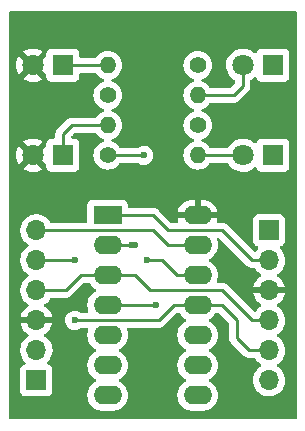
<source format=gbr>
%TF.GenerationSoftware,KiCad,Pcbnew,(6.0.1)*%
%TF.CreationDate,2024-08-30T10:39:56-04:00*%
%TF.ProjectId,FTDI_Monitor,46544449-5f4d-46f6-9e69-746f722e6b69,rev?*%
%TF.SameCoordinates,Original*%
%TF.FileFunction,Copper,L1,Top*%
%TF.FilePolarity,Positive*%
%FSLAX46Y46*%
G04 Gerber Fmt 4.6, Leading zero omitted, Abs format (unit mm)*
G04 Created by KiCad (PCBNEW (6.0.1)) date 2024-08-30 10:39:56*
%MOMM*%
%LPD*%
G01*
G04 APERTURE LIST*
%TA.AperFunction,ComponentPad*%
%ADD10C,1.400000*%
%TD*%
%TA.AperFunction,ComponentPad*%
%ADD11O,1.400000X1.400000*%
%TD*%
%TA.AperFunction,ComponentPad*%
%ADD12R,1.800000X1.800000*%
%TD*%
%TA.AperFunction,ComponentPad*%
%ADD13C,1.800000*%
%TD*%
%TA.AperFunction,ComponentPad*%
%ADD14R,1.700000X1.700000*%
%TD*%
%TA.AperFunction,ComponentPad*%
%ADD15O,1.700000X1.700000*%
%TD*%
%TA.AperFunction,ComponentPad*%
%ADD16R,2.400000X1.600000*%
%TD*%
%TA.AperFunction,ComponentPad*%
%ADD17O,2.400000X1.600000*%
%TD*%
%TA.AperFunction,ViaPad*%
%ADD18C,0.600000*%
%TD*%
%TA.AperFunction,Conductor*%
%ADD19C,0.250000*%
%TD*%
G04 APERTURE END LIST*
D10*
%TO.P,R4,1*%
%TO.N,Net-(R4-Pad1)*%
X72390000Y-30480000D03*
D11*
%TO.P,R4,2*%
%TO.N,Net-(D4-Pad2)*%
X80010000Y-30480000D03*
%TD*%
D10*
%TO.P,R3,1*%
%TO.N,Net-(R3-Pad1)*%
X80010000Y-27940000D03*
D11*
%TO.P,R3,2*%
%TO.N,Net-(D3-Pad1)*%
X72390000Y-27940000D03*
%TD*%
D10*
%TO.P,R2,1*%
%TO.N,Net-(R2-Pad1)*%
X80010000Y-33020000D03*
D11*
%TO.P,R2,2*%
%TO.N,Net-(D2-Pad1)*%
X72390000Y-33020000D03*
%TD*%
D10*
%TO.P,R1,1*%
%TO.N,Net-(R1-Pad1)*%
X72390000Y-35560000D03*
D11*
%TO.P,R1,2*%
%TO.N,Net-(D1-Pad2)*%
X80010000Y-35560000D03*
%TD*%
D12*
%TO.P,D4,1,K*%
%TO.N,/GND*%
X86360000Y-27940000D03*
D13*
%TO.P,D4,2,A*%
%TO.N,Net-(D4-Pad2)*%
X83820000Y-27940000D03*
%TD*%
%TO.P,D3,2,A*%
%TO.N,/VCC*%
X66040000Y-27940000D03*
D12*
%TO.P,D3,1,K*%
%TO.N,Net-(D3-Pad1)*%
X68580000Y-27940000D03*
%TD*%
%TO.P,D2,1,K*%
%TO.N,Net-(D2-Pad1)*%
X68580000Y-35560000D03*
D13*
%TO.P,D2,2,A*%
%TO.N,/VCC*%
X66040000Y-35560000D03*
%TD*%
D12*
%TO.P,D1,1,K*%
%TO.N,/GND*%
X86360000Y-35560000D03*
D13*
%TO.P,D1,2,A*%
%TO.N,Net-(D1-Pad2)*%
X83820000Y-35560000D03*
%TD*%
D14*
%TO.P,BRD2,1,GND*%
%TO.N,/GND*%
X66351000Y-54610000D03*
D15*
%TO.P,BRD2,2,RTS<*%
%TO.N,Net-(BRD1-Pad2)*%
X66351000Y-52070000D03*
%TO.P,BRD2,3,VCC*%
%TO.N,/VCC*%
X66351000Y-49530000D03*
%TO.P,BRD2,4,RX>*%
%TO.N,Net-(BRD1-Pad4)*%
X66351000Y-46990000D03*
%TO.P,BRD2,5,TX<*%
%TO.N,Net-(BRD1-Pad5)*%
X66351000Y-44450000D03*
%TO.P,BRD2,6,CTS>*%
%TO.N,Net-(BRD1-Pad6)*%
X66351000Y-41910000D03*
%TD*%
D14*
%TO.P,BRD1,1,GND*%
%TO.N,/GND*%
X86049000Y-41910000D03*
D15*
%TO.P,BRD1,2,CTS<*%
%TO.N,Net-(BRD1-Pad2)*%
X86049000Y-44450000D03*
%TO.P,BRD1,3,VCC*%
%TO.N,/VCC*%
X86049000Y-46990000D03*
%TO.P,BRD1,4,TX>*%
%TO.N,Net-(BRD1-Pad4)*%
X86049000Y-49530000D03*
%TO.P,BRD1,5,RX<*%
%TO.N,Net-(BRD1-Pad5)*%
X86049000Y-52070000D03*
%TO.P,BRD1,6,RTS>*%
%TO.N,Net-(BRD1-Pad6)*%
X86049000Y-54610000D03*
%TD*%
D16*
%TO.P,U1,1*%
%TO.N,Net-(BRD1-Pad2)*%
X72375000Y-40635000D03*
D17*
%TO.P,U1,2*%
%TO.N,Net-(R4-Pad1)*%
X72375000Y-43175000D03*
%TO.P,U1,3*%
%TO.N,Net-(BRD1-Pad4)*%
X72375000Y-45715000D03*
%TO.P,U1,4*%
%TO.N,Net-(R3-Pad1)*%
X72375000Y-48255000D03*
%TO.P,U1,5*%
%TO.N,N/C*%
X72375000Y-50795000D03*
%TO.P,U1,6*%
X72375000Y-53335000D03*
%TO.P,U1,7,GND*%
%TO.N,/GND*%
X72375000Y-55875000D03*
%TO.P,U1,8*%
%TO.N,N/C*%
X79995000Y-55875000D03*
%TO.P,U1,9*%
X79995000Y-53335000D03*
%TO.P,U1,10*%
%TO.N,Net-(R2-Pad1)*%
X79995000Y-50795000D03*
%TO.P,U1,11*%
%TO.N,Net-(BRD1-Pad5)*%
X79995000Y-48255000D03*
%TO.P,U1,12*%
%TO.N,Net-(R1-Pad1)*%
X79995000Y-45715000D03*
%TO.P,U1,13*%
%TO.N,Net-(BRD1-Pad6)*%
X79995000Y-43175000D03*
%TO.P,U1,14,VCC*%
%TO.N,/VCC*%
X79995000Y-40635000D03*
%TD*%
D18*
%TO.N,Net-(R3-Pad1)*%
X76454000Y-48260000D03*
%TO.N,Net-(R4-Pad1)*%
X74676000Y-43180000D03*
%TO.N,Net-(R1-Pad1)*%
X75438000Y-35560000D03*
X75692000Y-44450000D03*
%TO.N,Net-(BRD1-Pad5)*%
X69596000Y-49530000D03*
X69596000Y-44450000D03*
%TO.N,Net-(R4-Pad1)*%
X74422000Y-43180000D03*
%TD*%
D19*
%TO.N,Net-(BRD1-Pad4)*%
X74671000Y-45715000D02*
X75946000Y-46990000D01*
X72375000Y-45715000D02*
X74671000Y-45715000D01*
X82042000Y-46990000D02*
X75946000Y-46990000D01*
%TO.N,Net-(R3-Pad1)*%
X76449000Y-48255000D02*
X76454000Y-48260000D01*
X72375000Y-48255000D02*
X76449000Y-48255000D01*
%TO.N,Net-(R4-Pad1)*%
X74671000Y-43175000D02*
X74676000Y-43180000D01*
X72375000Y-43175000D02*
X74671000Y-43175000D01*
%TO.N,Net-(R1-Pad1)*%
X75438000Y-35560000D02*
X72390000Y-35560000D01*
X76962000Y-44450000D02*
X75692000Y-44450000D01*
%TO.N,Net-(BRD1-Pad5)*%
X83312000Y-49530000D02*
X83312000Y-51054000D01*
X82037000Y-48255000D02*
X83312000Y-49530000D01*
X84328000Y-52070000D02*
X83312000Y-51054000D01*
X79995000Y-48255000D02*
X82037000Y-48255000D01*
X86049000Y-52070000D02*
X84328000Y-52070000D01*
%TO.N,Net-(BRD1-Pad4)*%
X86049000Y-49530000D02*
X84582000Y-49530000D01*
X84582000Y-49530000D02*
X82042000Y-46990000D01*
%TO.N,Net-(BRD1-Pad2)*%
X84582000Y-44450000D02*
X86049000Y-44450000D01*
X82042000Y-41910000D02*
X84582000Y-44450000D01*
X77470000Y-41910000D02*
X82042000Y-41910000D01*
X76195000Y-40635000D02*
X77470000Y-41910000D01*
X72375000Y-40635000D02*
X76195000Y-40635000D01*
%TO.N,Net-(BRD1-Pad6)*%
X76200000Y-41910000D02*
X77470000Y-43180000D01*
X77470000Y-43180000D02*
X77475000Y-43175000D01*
X66351000Y-41910000D02*
X76200000Y-41910000D01*
X77475000Y-43175000D02*
X79995000Y-43175000D01*
%TO.N,Net-(BRD1-Pad5)*%
X69596000Y-49530000D02*
X76708000Y-49530000D01*
X77983000Y-48255000D02*
X79995000Y-48255000D01*
X76708000Y-49530000D02*
X77983000Y-48255000D01*
X66351000Y-44450000D02*
X69596000Y-44450000D01*
%TO.N,Net-(BRD1-Pad4)*%
X70109000Y-45715000D02*
X72375000Y-45715000D01*
X68834000Y-46990000D02*
X70109000Y-45715000D01*
X66351000Y-46990000D02*
X68834000Y-46990000D01*
%TO.N,Net-(R1-Pad1)*%
X78227000Y-45715000D02*
X79995000Y-45715000D01*
X76962000Y-44450000D02*
X78227000Y-45715000D01*
%TO.N,Net-(D1-Pad2)*%
X80010000Y-35560000D02*
X83820000Y-35560000D01*
%TO.N,Net-(D4-Pad2)*%
X83820000Y-29718000D02*
X83820000Y-27940000D01*
X83058000Y-30480000D02*
X83820000Y-29718000D01*
X80010000Y-30480000D02*
X83058000Y-30480000D01*
%TO.N,Net-(D3-Pad1)*%
X72390000Y-27940000D02*
X68580000Y-27940000D01*
%TO.N,Net-(D2-Pad1)*%
X69342000Y-33020000D02*
X68580000Y-33782000D01*
X72390000Y-33020000D02*
X69342000Y-33020000D01*
X68580000Y-33782000D02*
X68580000Y-35560000D01*
%TD*%
%TA.AperFunction,Conductor*%
%TO.N,/VCC*%
G36*
X88334121Y-23388002D02*
G01*
X88380614Y-23441658D01*
X88392000Y-23494000D01*
X88392000Y-57786000D01*
X88371998Y-57854121D01*
X88318342Y-57900614D01*
X88266000Y-57912000D01*
X64134000Y-57912000D01*
X64065879Y-57891998D01*
X64019386Y-57838342D01*
X64008000Y-57786000D01*
X64008000Y-52036695D01*
X64988251Y-52036695D01*
X64988548Y-52041848D01*
X64988548Y-52041851D01*
X64993859Y-52133959D01*
X65001110Y-52259715D01*
X65002247Y-52264761D01*
X65002248Y-52264767D01*
X65017558Y-52332699D01*
X65050222Y-52477639D01*
X65105900Y-52614758D01*
X65127817Y-52668733D01*
X65134266Y-52684616D01*
X65148731Y-52708220D01*
X65248291Y-52870688D01*
X65250987Y-52875088D01*
X65397250Y-53043938D01*
X65401230Y-53047242D01*
X65405981Y-53051187D01*
X65445616Y-53110090D01*
X65447113Y-53181071D01*
X65409997Y-53241593D01*
X65369725Y-53266112D01*
X65281095Y-53299338D01*
X65254295Y-53309385D01*
X65137739Y-53396739D01*
X65050385Y-53513295D01*
X64999255Y-53649684D01*
X64992500Y-53711866D01*
X64992500Y-55508134D01*
X64999255Y-55570316D01*
X65050385Y-55706705D01*
X65137739Y-55823261D01*
X65254295Y-55910615D01*
X65390684Y-55961745D01*
X65452866Y-55968500D01*
X67249134Y-55968500D01*
X67311316Y-55961745D01*
X67447705Y-55910615D01*
X67564261Y-55823261D01*
X67651615Y-55706705D01*
X67702745Y-55570316D01*
X67709500Y-55508134D01*
X67709500Y-53711866D01*
X67702745Y-53649684D01*
X67651615Y-53513295D01*
X67564261Y-53396739D01*
X67447705Y-53309385D01*
X67420905Y-53299338D01*
X67329203Y-53264960D01*
X67272439Y-53222318D01*
X67247739Y-53155756D01*
X67262947Y-53086408D01*
X67284493Y-53057727D01*
X67385435Y-52957137D01*
X67389096Y-52953489D01*
X67448594Y-52870689D01*
X67516435Y-52776277D01*
X67519453Y-52772077D01*
X67523611Y-52763665D01*
X67616136Y-52576453D01*
X67616137Y-52576451D01*
X67618430Y-52571811D01*
X67683370Y-52358069D01*
X67712529Y-52136590D01*
X67712611Y-52133240D01*
X67714074Y-52073365D01*
X67714074Y-52073361D01*
X67714156Y-52070000D01*
X67695852Y-51847361D01*
X67641431Y-51630702D01*
X67552354Y-51425840D01*
X67475857Y-51307593D01*
X67433822Y-51242617D01*
X67433820Y-51242614D01*
X67431014Y-51238277D01*
X67280670Y-51073051D01*
X67276619Y-51069852D01*
X67276615Y-51069848D01*
X67109414Y-50937800D01*
X67109410Y-50937798D01*
X67105359Y-50934598D01*
X67063569Y-50911529D01*
X67013598Y-50861097D01*
X66998826Y-50791654D01*
X67023942Y-50725248D01*
X67051294Y-50698641D01*
X67226328Y-50573792D01*
X67234200Y-50567139D01*
X67385052Y-50416812D01*
X67391730Y-50408965D01*
X67516003Y-50236020D01*
X67521313Y-50227183D01*
X67615670Y-50036267D01*
X67619469Y-50026672D01*
X67681377Y-49822910D01*
X67683555Y-49812837D01*
X67684986Y-49801962D01*
X67682775Y-49787778D01*
X67669617Y-49784000D01*
X65034225Y-49784000D01*
X65020694Y-49787973D01*
X65019257Y-49797966D01*
X65049565Y-49932446D01*
X65052645Y-49942275D01*
X65132770Y-50139603D01*
X65137413Y-50148794D01*
X65248694Y-50330388D01*
X65254777Y-50338699D01*
X65394213Y-50499667D01*
X65401580Y-50506883D01*
X65565434Y-50642916D01*
X65573881Y-50648831D01*
X65642969Y-50689203D01*
X65691693Y-50740842D01*
X65704764Y-50810625D01*
X65678033Y-50876396D01*
X65637584Y-50909752D01*
X65624607Y-50916507D01*
X65620474Y-50919610D01*
X65620471Y-50919612D01*
X65450100Y-51047530D01*
X65445965Y-51050635D01*
X65291629Y-51212138D01*
X65165743Y-51396680D01*
X65071688Y-51599305D01*
X65011989Y-51814570D01*
X64988251Y-52036695D01*
X64008000Y-52036695D01*
X64008000Y-46956695D01*
X64988251Y-46956695D01*
X64988548Y-46961848D01*
X64988548Y-46961851D01*
X64991942Y-47020716D01*
X65001110Y-47179715D01*
X65002247Y-47184761D01*
X65002248Y-47184767D01*
X65017558Y-47252699D01*
X65050222Y-47397639D01*
X65106325Y-47535806D01*
X65129935Y-47593949D01*
X65134266Y-47604616D01*
X65158095Y-47643502D01*
X65236714Y-47771796D01*
X65250987Y-47795088D01*
X65397250Y-47963938D01*
X65569126Y-48106632D01*
X65641978Y-48149203D01*
X65642955Y-48149774D01*
X65691679Y-48201412D01*
X65704750Y-48271195D01*
X65678019Y-48336967D01*
X65637562Y-48370327D01*
X65629457Y-48374546D01*
X65620738Y-48380036D01*
X65450433Y-48507905D01*
X65442726Y-48514748D01*
X65295590Y-48668717D01*
X65289104Y-48676727D01*
X65169098Y-48852649D01*
X65164000Y-48861623D01*
X65074338Y-49054783D01*
X65070775Y-49064470D01*
X65015389Y-49264183D01*
X65016912Y-49272607D01*
X65029292Y-49276000D01*
X67669344Y-49276000D01*
X67682875Y-49272027D01*
X67684180Y-49262947D01*
X67642214Y-49095875D01*
X67638894Y-49086124D01*
X67553972Y-48890814D01*
X67549105Y-48881739D01*
X67433426Y-48702926D01*
X67427136Y-48694757D01*
X67283806Y-48537240D01*
X67276273Y-48530215D01*
X67109139Y-48398222D01*
X67100556Y-48392520D01*
X67063602Y-48372120D01*
X67013631Y-48321687D01*
X66998859Y-48252245D01*
X67023975Y-48185839D01*
X67051327Y-48159232D01*
X67074797Y-48142491D01*
X67230860Y-48031173D01*
X67389096Y-47873489D01*
X67448594Y-47790689D01*
X67516435Y-47696277D01*
X67519453Y-47692077D01*
X67521746Y-47687437D01*
X67523446Y-47684608D01*
X67575674Y-47636518D01*
X67631451Y-47623500D01*
X68755233Y-47623500D01*
X68766416Y-47624027D01*
X68773909Y-47625702D01*
X68781835Y-47625453D01*
X68781836Y-47625453D01*
X68841986Y-47623562D01*
X68845945Y-47623500D01*
X68873856Y-47623500D01*
X68877791Y-47623003D01*
X68877856Y-47622995D01*
X68889693Y-47622062D01*
X68921951Y-47621048D01*
X68925970Y-47620922D01*
X68933889Y-47620673D01*
X68953343Y-47615021D01*
X68972700Y-47611013D01*
X68984930Y-47609468D01*
X68984931Y-47609468D01*
X68992797Y-47608474D01*
X69000168Y-47605555D01*
X69000170Y-47605555D01*
X69033912Y-47592196D01*
X69045142Y-47588351D01*
X69079983Y-47578229D01*
X69079984Y-47578229D01*
X69087593Y-47576018D01*
X69094412Y-47571985D01*
X69094417Y-47571983D01*
X69105028Y-47565707D01*
X69122776Y-47557012D01*
X69141617Y-47549552D01*
X69177387Y-47523564D01*
X69187307Y-47517048D01*
X69218535Y-47498580D01*
X69218538Y-47498578D01*
X69225362Y-47494542D01*
X69239683Y-47480221D01*
X69254717Y-47467380D01*
X69264694Y-47460131D01*
X69271107Y-47455472D01*
X69299298Y-47421395D01*
X69307288Y-47412616D01*
X70334499Y-46385405D01*
X70396811Y-46351379D01*
X70423594Y-46348500D01*
X70755606Y-46348500D01*
X70823727Y-46368502D01*
X70858819Y-46402229D01*
X70950808Y-46533602D01*
X70968802Y-46559300D01*
X71130700Y-46721198D01*
X71135208Y-46724355D01*
X71135211Y-46724357D01*
X71213389Y-46779098D01*
X71318251Y-46852523D01*
X71323233Y-46854846D01*
X71323238Y-46854849D01*
X71357457Y-46870805D01*
X71410742Y-46917722D01*
X71430203Y-46985999D01*
X71409661Y-47053959D01*
X71357457Y-47099195D01*
X71323238Y-47115151D01*
X71323233Y-47115154D01*
X71318251Y-47117477D01*
X71236747Y-47174547D01*
X71135211Y-47245643D01*
X71135208Y-47245645D01*
X71130700Y-47248802D01*
X70968802Y-47410700D01*
X70965645Y-47415208D01*
X70965643Y-47415211D01*
X70929114Y-47467380D01*
X70837477Y-47598251D01*
X70835154Y-47603233D01*
X70835151Y-47603238D01*
X70747742Y-47790689D01*
X70740716Y-47805757D01*
X70739294Y-47811065D01*
X70739293Y-47811067D01*
X70693095Y-47983478D01*
X70681457Y-48026913D01*
X70661502Y-48255000D01*
X70681457Y-48483087D01*
X70682881Y-48488400D01*
X70682881Y-48488402D01*
X70693987Y-48529848D01*
X70740716Y-48704243D01*
X70746781Y-48717250D01*
X70757443Y-48787440D01*
X70728464Y-48852253D01*
X70669045Y-48891110D01*
X70632587Y-48896500D01*
X70143338Y-48896500D01*
X70075824Y-48876885D01*
X70037010Y-48852253D01*
X69952666Y-48798727D01*
X69912268Y-48784342D01*
X69788425Y-48740243D01*
X69788420Y-48740242D01*
X69781790Y-48737881D01*
X69774802Y-48737048D01*
X69774799Y-48737047D01*
X69651698Y-48722368D01*
X69601680Y-48716404D01*
X69594677Y-48717140D01*
X69594676Y-48717140D01*
X69428288Y-48734628D01*
X69428286Y-48734629D01*
X69421288Y-48735364D01*
X69249579Y-48793818D01*
X69207956Y-48819425D01*
X69101095Y-48885166D01*
X69101092Y-48885168D01*
X69095088Y-48888862D01*
X69090053Y-48893793D01*
X69090050Y-48893795D01*
X69040591Y-48942229D01*
X68965493Y-49015771D01*
X68867235Y-49168238D01*
X68864826Y-49174858D01*
X68864824Y-49174861D01*
X68807606Y-49332066D01*
X68805197Y-49338685D01*
X68782463Y-49518640D01*
X68800163Y-49699160D01*
X68857418Y-49871273D01*
X68861065Y-49877295D01*
X68861066Y-49877297D01*
X68945260Y-50016318D01*
X68951380Y-50026424D01*
X68956269Y-50031487D01*
X68956270Y-50031488D01*
X68987246Y-50063564D01*
X69077382Y-50156902D01*
X69093536Y-50167473D01*
X69192262Y-50232077D01*
X69229159Y-50256222D01*
X69235763Y-50258678D01*
X69235765Y-50258679D01*
X69392558Y-50316990D01*
X69392560Y-50316990D01*
X69399168Y-50319448D01*
X69481158Y-50330388D01*
X69571980Y-50342507D01*
X69571984Y-50342507D01*
X69578961Y-50343438D01*
X69585972Y-50342800D01*
X69585976Y-50342800D01*
X69728459Y-50329832D01*
X69759600Y-50326998D01*
X69766302Y-50324820D01*
X69766304Y-50324820D01*
X69925409Y-50273124D01*
X69925412Y-50273123D01*
X69932108Y-50270947D01*
X70082540Y-50181271D01*
X70147058Y-50163500D01*
X70627924Y-50163500D01*
X70696045Y-50183502D01*
X70742538Y-50237158D01*
X70752642Y-50307432D01*
X70744313Y-50335382D01*
X70744922Y-50335604D01*
X70743043Y-50340768D01*
X70740716Y-50345757D01*
X70681457Y-50566913D01*
X70661502Y-50795000D01*
X70681457Y-51023087D01*
X70682881Y-51028400D01*
X70682881Y-51028402D01*
X70734266Y-51220170D01*
X70740716Y-51244243D01*
X70743039Y-51249224D01*
X70743039Y-51249225D01*
X70835151Y-51446762D01*
X70835154Y-51446767D01*
X70837477Y-51451749D01*
X70884772Y-51519293D01*
X70962782Y-51630702D01*
X70968802Y-51639300D01*
X71130700Y-51801198D01*
X71135208Y-51804355D01*
X71135211Y-51804357D01*
X71196627Y-51847361D01*
X71318251Y-51932523D01*
X71323233Y-51934846D01*
X71323238Y-51934849D01*
X71357457Y-51950805D01*
X71410742Y-51997722D01*
X71430203Y-52065999D01*
X71409661Y-52133959D01*
X71357457Y-52179195D01*
X71323238Y-52195151D01*
X71323233Y-52195154D01*
X71318251Y-52197477D01*
X71236747Y-52254547D01*
X71135211Y-52325643D01*
X71135208Y-52325645D01*
X71130700Y-52328802D01*
X70968802Y-52490700D01*
X70965645Y-52495208D01*
X70965643Y-52495211D01*
X70928254Y-52548608D01*
X70837477Y-52678251D01*
X70835154Y-52683233D01*
X70835151Y-52683238D01*
X70791767Y-52776277D01*
X70740716Y-52885757D01*
X70739294Y-52891065D01*
X70739293Y-52891067D01*
X70699378Y-53040031D01*
X70681457Y-53106913D01*
X70661502Y-53335000D01*
X70681457Y-53563087D01*
X70682881Y-53568400D01*
X70682881Y-53568402D01*
X70721323Y-53711866D01*
X70740716Y-53784243D01*
X70743039Y-53789224D01*
X70743039Y-53789225D01*
X70835151Y-53986762D01*
X70835154Y-53986767D01*
X70837477Y-53991749D01*
X70840634Y-53996257D01*
X70962782Y-54170702D01*
X70968802Y-54179300D01*
X71130700Y-54341198D01*
X71135208Y-54344355D01*
X71135211Y-54344357D01*
X71196627Y-54387361D01*
X71318251Y-54472523D01*
X71323233Y-54474846D01*
X71323238Y-54474849D01*
X71357457Y-54490805D01*
X71410742Y-54537722D01*
X71430203Y-54605999D01*
X71409661Y-54673959D01*
X71357457Y-54719195D01*
X71323238Y-54735151D01*
X71323233Y-54735154D01*
X71318251Y-54737477D01*
X71236747Y-54794547D01*
X71135211Y-54865643D01*
X71135208Y-54865645D01*
X71130700Y-54868802D01*
X70968802Y-55030700D01*
X70837477Y-55218251D01*
X70835154Y-55223233D01*
X70835151Y-55223238D01*
X70791767Y-55316277D01*
X70740716Y-55425757D01*
X70739294Y-55431065D01*
X70739293Y-55431067D01*
X70718643Y-55508134D01*
X70681457Y-55646913D01*
X70661502Y-55875000D01*
X70681457Y-56103087D01*
X70740716Y-56324243D01*
X70743039Y-56329224D01*
X70743039Y-56329225D01*
X70835151Y-56526762D01*
X70835154Y-56526767D01*
X70837477Y-56531749D01*
X70968802Y-56719300D01*
X71130700Y-56881198D01*
X71135208Y-56884355D01*
X71135211Y-56884357D01*
X71213389Y-56939098D01*
X71318251Y-57012523D01*
X71323233Y-57014846D01*
X71323238Y-57014849D01*
X71520775Y-57106961D01*
X71525757Y-57109284D01*
X71531065Y-57110706D01*
X71531067Y-57110707D01*
X71741598Y-57167119D01*
X71741600Y-57167119D01*
X71746913Y-57168543D01*
X71846480Y-57177254D01*
X71915149Y-57183262D01*
X71915156Y-57183262D01*
X71917873Y-57183500D01*
X72832127Y-57183500D01*
X72834844Y-57183262D01*
X72834851Y-57183262D01*
X72903520Y-57177254D01*
X73003087Y-57168543D01*
X73008400Y-57167119D01*
X73008402Y-57167119D01*
X73218933Y-57110707D01*
X73218935Y-57110706D01*
X73224243Y-57109284D01*
X73229225Y-57106961D01*
X73426762Y-57014849D01*
X73426767Y-57014846D01*
X73431749Y-57012523D01*
X73536611Y-56939098D01*
X73614789Y-56884357D01*
X73614792Y-56884355D01*
X73619300Y-56881198D01*
X73781198Y-56719300D01*
X73912523Y-56531749D01*
X73914846Y-56526767D01*
X73914849Y-56526762D01*
X74006961Y-56329225D01*
X74006961Y-56329224D01*
X74009284Y-56324243D01*
X74068543Y-56103087D01*
X74088498Y-55875000D01*
X74068543Y-55646913D01*
X74031357Y-55508134D01*
X74010707Y-55431067D01*
X74010706Y-55431065D01*
X74009284Y-55425757D01*
X73958233Y-55316277D01*
X73914849Y-55223238D01*
X73914846Y-55223233D01*
X73912523Y-55218251D01*
X73781198Y-55030700D01*
X73619300Y-54868802D01*
X73614792Y-54865645D01*
X73614789Y-54865643D01*
X73513253Y-54794547D01*
X73431749Y-54737477D01*
X73426767Y-54735154D01*
X73426762Y-54735151D01*
X73392543Y-54719195D01*
X73339258Y-54672278D01*
X73319797Y-54604001D01*
X73340339Y-54536041D01*
X73392543Y-54490805D01*
X73426762Y-54474849D01*
X73426767Y-54474846D01*
X73431749Y-54472523D01*
X73553373Y-54387361D01*
X73614789Y-54344357D01*
X73614792Y-54344355D01*
X73619300Y-54341198D01*
X73781198Y-54179300D01*
X73787219Y-54170702D01*
X73909366Y-53996257D01*
X73912523Y-53991749D01*
X73914846Y-53986767D01*
X73914849Y-53986762D01*
X74006961Y-53789225D01*
X74006961Y-53789224D01*
X74009284Y-53784243D01*
X74028678Y-53711866D01*
X74067119Y-53568402D01*
X74067119Y-53568400D01*
X74068543Y-53563087D01*
X74088498Y-53335000D01*
X74068543Y-53106913D01*
X74050622Y-53040031D01*
X74010707Y-52891067D01*
X74010706Y-52891065D01*
X74009284Y-52885757D01*
X73958233Y-52776277D01*
X73914849Y-52683238D01*
X73914846Y-52683233D01*
X73912523Y-52678251D01*
X73821746Y-52548608D01*
X73784357Y-52495211D01*
X73784355Y-52495208D01*
X73781198Y-52490700D01*
X73619300Y-52328802D01*
X73614792Y-52325645D01*
X73614789Y-52325643D01*
X73513253Y-52254547D01*
X73431749Y-52197477D01*
X73426767Y-52195154D01*
X73426762Y-52195151D01*
X73392543Y-52179195D01*
X73339258Y-52132278D01*
X73319797Y-52064001D01*
X73340339Y-51996041D01*
X73392543Y-51950805D01*
X73426762Y-51934849D01*
X73426767Y-51934846D01*
X73431749Y-51932523D01*
X73553373Y-51847361D01*
X73614789Y-51804357D01*
X73614792Y-51804355D01*
X73619300Y-51801198D01*
X73781198Y-51639300D01*
X73787219Y-51630702D01*
X73865228Y-51519293D01*
X73912523Y-51451749D01*
X73914846Y-51446767D01*
X73914849Y-51446762D01*
X74006961Y-51249225D01*
X74006961Y-51249224D01*
X74009284Y-51244243D01*
X74015735Y-51220170D01*
X74067119Y-51028402D01*
X74067119Y-51028400D01*
X74068543Y-51023087D01*
X74088498Y-50795000D01*
X74068543Y-50566913D01*
X74009284Y-50345757D01*
X74006957Y-50340768D01*
X74005078Y-50335604D01*
X74006708Y-50335011D01*
X73997219Y-50272570D01*
X74026192Y-50207755D01*
X74085608Y-50168893D01*
X74122076Y-50163500D01*
X76629233Y-50163500D01*
X76640416Y-50164027D01*
X76647909Y-50165702D01*
X76655835Y-50165453D01*
X76655836Y-50165453D01*
X76715986Y-50163562D01*
X76719945Y-50163500D01*
X76747856Y-50163500D01*
X76751791Y-50163003D01*
X76751856Y-50162995D01*
X76763693Y-50162062D01*
X76795951Y-50161048D01*
X76799970Y-50160922D01*
X76807889Y-50160673D01*
X76827343Y-50155021D01*
X76846700Y-50151013D01*
X76858930Y-50149468D01*
X76858931Y-50149468D01*
X76866797Y-50148474D01*
X76874168Y-50145555D01*
X76874170Y-50145555D01*
X76907912Y-50132196D01*
X76919142Y-50128351D01*
X76953983Y-50118229D01*
X76953984Y-50118229D01*
X76961593Y-50116018D01*
X76968412Y-50111985D01*
X76968417Y-50111983D01*
X76979028Y-50105707D01*
X76996776Y-50097012D01*
X77015617Y-50089552D01*
X77035987Y-50074753D01*
X77051387Y-50063564D01*
X77061307Y-50057048D01*
X77092535Y-50038580D01*
X77092538Y-50038578D01*
X77099362Y-50034542D01*
X77113683Y-50020221D01*
X77128717Y-50007380D01*
X77130432Y-50006134D01*
X77145107Y-49995472D01*
X77173298Y-49961395D01*
X77181288Y-49952616D01*
X78208499Y-48925405D01*
X78270811Y-48891379D01*
X78297594Y-48888500D01*
X78375606Y-48888500D01*
X78443727Y-48908502D01*
X78478819Y-48942229D01*
X78585643Y-49094789D01*
X78588802Y-49099300D01*
X78750700Y-49261198D01*
X78755208Y-49264355D01*
X78755211Y-49264357D01*
X78816627Y-49307361D01*
X78938251Y-49392523D01*
X78943233Y-49394846D01*
X78943238Y-49394849D01*
X78977457Y-49410805D01*
X79030742Y-49457722D01*
X79050203Y-49525999D01*
X79029661Y-49593959D01*
X78977457Y-49639195D01*
X78943238Y-49655151D01*
X78943233Y-49655154D01*
X78938251Y-49657477D01*
X78888732Y-49692151D01*
X78755211Y-49785643D01*
X78755208Y-49785645D01*
X78750700Y-49788802D01*
X78588802Y-49950700D01*
X78585645Y-49955208D01*
X78585643Y-49955211D01*
X78549114Y-50007380D01*
X78457477Y-50138251D01*
X78455154Y-50143233D01*
X78455151Y-50143238D01*
X78367743Y-50330688D01*
X78360716Y-50345757D01*
X78359294Y-50351065D01*
X78359293Y-50351067D01*
X78319378Y-50500031D01*
X78301457Y-50566913D01*
X78281502Y-50795000D01*
X78301457Y-51023087D01*
X78302881Y-51028400D01*
X78302881Y-51028402D01*
X78354266Y-51220170D01*
X78360716Y-51244243D01*
X78363039Y-51249224D01*
X78363039Y-51249225D01*
X78455151Y-51446762D01*
X78455154Y-51446767D01*
X78457477Y-51451749D01*
X78504772Y-51519293D01*
X78582782Y-51630702D01*
X78588802Y-51639300D01*
X78750700Y-51801198D01*
X78755208Y-51804355D01*
X78755211Y-51804357D01*
X78816627Y-51847361D01*
X78938251Y-51932523D01*
X78943233Y-51934846D01*
X78943238Y-51934849D01*
X78977457Y-51950805D01*
X79030742Y-51997722D01*
X79050203Y-52065999D01*
X79029661Y-52133959D01*
X78977457Y-52179195D01*
X78943238Y-52195151D01*
X78943233Y-52195154D01*
X78938251Y-52197477D01*
X78856747Y-52254547D01*
X78755211Y-52325643D01*
X78755208Y-52325645D01*
X78750700Y-52328802D01*
X78588802Y-52490700D01*
X78585645Y-52495208D01*
X78585643Y-52495211D01*
X78548254Y-52548608D01*
X78457477Y-52678251D01*
X78455154Y-52683233D01*
X78455151Y-52683238D01*
X78411767Y-52776277D01*
X78360716Y-52885757D01*
X78359294Y-52891065D01*
X78359293Y-52891067D01*
X78319378Y-53040031D01*
X78301457Y-53106913D01*
X78281502Y-53335000D01*
X78301457Y-53563087D01*
X78302881Y-53568400D01*
X78302881Y-53568402D01*
X78341323Y-53711866D01*
X78360716Y-53784243D01*
X78363039Y-53789224D01*
X78363039Y-53789225D01*
X78455151Y-53986762D01*
X78455154Y-53986767D01*
X78457477Y-53991749D01*
X78460634Y-53996257D01*
X78582782Y-54170702D01*
X78588802Y-54179300D01*
X78750700Y-54341198D01*
X78755208Y-54344355D01*
X78755211Y-54344357D01*
X78816627Y-54387361D01*
X78938251Y-54472523D01*
X78943233Y-54474846D01*
X78943238Y-54474849D01*
X78977457Y-54490805D01*
X79030742Y-54537722D01*
X79050203Y-54605999D01*
X79029661Y-54673959D01*
X78977457Y-54719195D01*
X78943238Y-54735151D01*
X78943233Y-54735154D01*
X78938251Y-54737477D01*
X78856747Y-54794547D01*
X78755211Y-54865643D01*
X78755208Y-54865645D01*
X78750700Y-54868802D01*
X78588802Y-55030700D01*
X78457477Y-55218251D01*
X78455154Y-55223233D01*
X78455151Y-55223238D01*
X78411767Y-55316277D01*
X78360716Y-55425757D01*
X78359294Y-55431065D01*
X78359293Y-55431067D01*
X78338643Y-55508134D01*
X78301457Y-55646913D01*
X78281502Y-55875000D01*
X78301457Y-56103087D01*
X78360716Y-56324243D01*
X78363039Y-56329224D01*
X78363039Y-56329225D01*
X78455151Y-56526762D01*
X78455154Y-56526767D01*
X78457477Y-56531749D01*
X78588802Y-56719300D01*
X78750700Y-56881198D01*
X78755208Y-56884355D01*
X78755211Y-56884357D01*
X78833389Y-56939098D01*
X78938251Y-57012523D01*
X78943233Y-57014846D01*
X78943238Y-57014849D01*
X79140775Y-57106961D01*
X79145757Y-57109284D01*
X79151065Y-57110706D01*
X79151067Y-57110707D01*
X79361598Y-57167119D01*
X79361600Y-57167119D01*
X79366913Y-57168543D01*
X79466480Y-57177254D01*
X79535149Y-57183262D01*
X79535156Y-57183262D01*
X79537873Y-57183500D01*
X80452127Y-57183500D01*
X80454844Y-57183262D01*
X80454851Y-57183262D01*
X80523520Y-57177254D01*
X80623087Y-57168543D01*
X80628400Y-57167119D01*
X80628402Y-57167119D01*
X80838933Y-57110707D01*
X80838935Y-57110706D01*
X80844243Y-57109284D01*
X80849225Y-57106961D01*
X81046762Y-57014849D01*
X81046767Y-57014846D01*
X81051749Y-57012523D01*
X81156611Y-56939098D01*
X81234789Y-56884357D01*
X81234792Y-56884355D01*
X81239300Y-56881198D01*
X81401198Y-56719300D01*
X81532523Y-56531749D01*
X81534846Y-56526767D01*
X81534849Y-56526762D01*
X81626961Y-56329225D01*
X81626961Y-56329224D01*
X81629284Y-56324243D01*
X81688543Y-56103087D01*
X81708498Y-55875000D01*
X81688543Y-55646913D01*
X81651357Y-55508134D01*
X81630707Y-55431067D01*
X81630706Y-55431065D01*
X81629284Y-55425757D01*
X81578233Y-55316277D01*
X81534849Y-55223238D01*
X81534846Y-55223233D01*
X81532523Y-55218251D01*
X81401198Y-55030700D01*
X81239300Y-54868802D01*
X81234792Y-54865645D01*
X81234789Y-54865643D01*
X81133253Y-54794547D01*
X81051749Y-54737477D01*
X81046767Y-54735154D01*
X81046762Y-54735151D01*
X81012543Y-54719195D01*
X80959258Y-54672278D01*
X80939797Y-54604001D01*
X80960339Y-54536041D01*
X81012543Y-54490805D01*
X81046762Y-54474849D01*
X81046767Y-54474846D01*
X81051749Y-54472523D01*
X81173373Y-54387361D01*
X81234789Y-54344357D01*
X81234792Y-54344355D01*
X81239300Y-54341198D01*
X81401198Y-54179300D01*
X81407219Y-54170702D01*
X81529366Y-53996257D01*
X81532523Y-53991749D01*
X81534846Y-53986767D01*
X81534849Y-53986762D01*
X81626961Y-53789225D01*
X81626961Y-53789224D01*
X81629284Y-53784243D01*
X81648678Y-53711866D01*
X81687119Y-53568402D01*
X81687119Y-53568400D01*
X81688543Y-53563087D01*
X81708498Y-53335000D01*
X81688543Y-53106913D01*
X81670622Y-53040031D01*
X81630707Y-52891067D01*
X81630706Y-52891065D01*
X81629284Y-52885757D01*
X81578233Y-52776277D01*
X81534849Y-52683238D01*
X81534846Y-52683233D01*
X81532523Y-52678251D01*
X81441746Y-52548608D01*
X81404357Y-52495211D01*
X81404355Y-52495208D01*
X81401198Y-52490700D01*
X81239300Y-52328802D01*
X81234792Y-52325645D01*
X81234789Y-52325643D01*
X81133253Y-52254547D01*
X81051749Y-52197477D01*
X81046767Y-52195154D01*
X81046762Y-52195151D01*
X81012543Y-52179195D01*
X80959258Y-52132278D01*
X80939797Y-52064001D01*
X80960339Y-51996041D01*
X81012543Y-51950805D01*
X81046762Y-51934849D01*
X81046767Y-51934846D01*
X81051749Y-51932523D01*
X81173373Y-51847361D01*
X81234789Y-51804357D01*
X81234792Y-51804355D01*
X81239300Y-51801198D01*
X81401198Y-51639300D01*
X81407219Y-51630702D01*
X81485228Y-51519293D01*
X81532523Y-51451749D01*
X81534846Y-51446767D01*
X81534849Y-51446762D01*
X81626961Y-51249225D01*
X81626961Y-51249224D01*
X81629284Y-51244243D01*
X81635735Y-51220170D01*
X81687119Y-51028402D01*
X81687119Y-51028400D01*
X81688543Y-51023087D01*
X81708498Y-50795000D01*
X81688543Y-50566913D01*
X81670622Y-50500031D01*
X81630707Y-50351067D01*
X81630706Y-50351065D01*
X81629284Y-50345757D01*
X81622257Y-50330688D01*
X81534849Y-50143238D01*
X81534846Y-50143233D01*
X81532523Y-50138251D01*
X81440886Y-50007380D01*
X81404357Y-49955211D01*
X81404355Y-49955208D01*
X81401198Y-49950700D01*
X81239300Y-49788802D01*
X81234792Y-49785645D01*
X81234789Y-49785643D01*
X81101268Y-49692151D01*
X81051749Y-49657477D01*
X81046767Y-49655154D01*
X81046762Y-49655151D01*
X81012543Y-49639195D01*
X80959258Y-49592278D01*
X80939797Y-49524001D01*
X80960339Y-49456041D01*
X81012543Y-49410805D01*
X81046762Y-49394849D01*
X81046767Y-49394846D01*
X81051749Y-49392523D01*
X81173373Y-49307361D01*
X81234789Y-49264357D01*
X81234792Y-49264355D01*
X81239300Y-49261198D01*
X81401198Y-49099300D01*
X81404357Y-49094789D01*
X81511181Y-48942229D01*
X81566638Y-48897901D01*
X81614394Y-48888500D01*
X81722406Y-48888500D01*
X81790527Y-48908502D01*
X81811501Y-48925405D01*
X82641595Y-49755499D01*
X82675621Y-49817811D01*
X82678500Y-49844594D01*
X82678500Y-50975233D01*
X82677973Y-50986416D01*
X82676298Y-50993909D01*
X82676547Y-51001835D01*
X82676547Y-51001836D01*
X82678438Y-51061986D01*
X82678500Y-51065945D01*
X82678500Y-51093856D01*
X82678997Y-51097790D01*
X82678997Y-51097791D01*
X82679005Y-51097856D01*
X82679938Y-51109693D01*
X82681327Y-51153889D01*
X82686978Y-51173339D01*
X82690987Y-51192700D01*
X82693526Y-51212797D01*
X82696445Y-51220168D01*
X82696445Y-51220170D01*
X82709804Y-51253912D01*
X82713649Y-51265142D01*
X82725982Y-51307593D01*
X82730015Y-51314412D01*
X82730017Y-51314417D01*
X82736293Y-51325028D01*
X82744988Y-51342776D01*
X82752448Y-51361617D01*
X82757110Y-51368033D01*
X82757110Y-51368034D01*
X82778436Y-51397387D01*
X82784952Y-51407307D01*
X82798722Y-51430590D01*
X82807458Y-51445362D01*
X82821779Y-51459683D01*
X82834619Y-51474716D01*
X82846528Y-51491107D01*
X82852632Y-51496157D01*
X82852637Y-51496162D01*
X82880598Y-51519293D01*
X82889379Y-51527283D01*
X83824353Y-52462258D01*
X83831887Y-52470537D01*
X83836000Y-52477018D01*
X83855374Y-52495211D01*
X83885651Y-52523643D01*
X83888493Y-52526398D01*
X83908230Y-52546135D01*
X83911427Y-52548615D01*
X83920447Y-52556318D01*
X83952679Y-52586586D01*
X83959625Y-52590405D01*
X83959628Y-52590407D01*
X83970434Y-52596348D01*
X83986953Y-52607199D01*
X84002959Y-52619614D01*
X84010228Y-52622759D01*
X84010232Y-52622762D01*
X84043537Y-52637174D01*
X84054187Y-52642391D01*
X84092940Y-52663695D01*
X84100615Y-52665666D01*
X84100616Y-52665666D01*
X84112562Y-52668733D01*
X84131267Y-52675137D01*
X84149855Y-52683181D01*
X84157678Y-52684420D01*
X84157688Y-52684423D01*
X84193524Y-52690099D01*
X84205144Y-52692505D01*
X84240289Y-52701528D01*
X84247970Y-52703500D01*
X84268224Y-52703500D01*
X84287934Y-52705051D01*
X84307943Y-52708220D01*
X84315835Y-52707474D01*
X84351961Y-52704059D01*
X84363819Y-52703500D01*
X84773274Y-52703500D01*
X84841395Y-52723502D01*
X84880707Y-52763665D01*
X84948987Y-52875088D01*
X85095250Y-53043938D01*
X85267126Y-53186632D01*
X85328196Y-53222318D01*
X85340445Y-53229476D01*
X85389169Y-53281114D01*
X85402240Y-53350897D01*
X85375509Y-53416669D01*
X85335055Y-53450027D01*
X85322607Y-53456507D01*
X85318474Y-53459610D01*
X85318471Y-53459612D01*
X85148100Y-53587530D01*
X85143965Y-53590635D01*
X84989629Y-53752138D01*
X84863743Y-53936680D01*
X84769688Y-54139305D01*
X84709989Y-54354570D01*
X84686251Y-54576695D01*
X84686548Y-54581848D01*
X84686548Y-54581851D01*
X84691859Y-54673959D01*
X84699110Y-54799715D01*
X84700247Y-54804761D01*
X84700248Y-54804767D01*
X84715558Y-54872699D01*
X84748222Y-55017639D01*
X84832266Y-55224616D01*
X84948987Y-55415088D01*
X85095250Y-55583938D01*
X85267126Y-55726632D01*
X85460000Y-55839338D01*
X85668692Y-55919030D01*
X85673760Y-55920061D01*
X85673763Y-55920062D01*
X85781017Y-55941883D01*
X85887597Y-55963567D01*
X85892772Y-55963757D01*
X85892774Y-55963757D01*
X86105673Y-55971564D01*
X86105677Y-55971564D01*
X86110837Y-55971753D01*
X86115957Y-55971097D01*
X86115959Y-55971097D01*
X86327288Y-55944025D01*
X86327289Y-55944025D01*
X86332416Y-55943368D01*
X86337366Y-55941883D01*
X86541429Y-55880661D01*
X86541434Y-55880659D01*
X86546384Y-55879174D01*
X86746994Y-55780896D01*
X86928860Y-55651173D01*
X87087096Y-55493489D01*
X87146594Y-55410689D01*
X87214435Y-55316277D01*
X87217453Y-55312077D01*
X87263825Y-55218251D01*
X87314136Y-55116453D01*
X87314137Y-55116451D01*
X87316430Y-55111811D01*
X87381370Y-54898069D01*
X87410529Y-54676590D01*
X87410611Y-54673240D01*
X87412074Y-54613365D01*
X87412074Y-54613361D01*
X87412156Y-54610000D01*
X87393852Y-54387361D01*
X87339431Y-54170702D01*
X87250354Y-53965840D01*
X87129014Y-53778277D01*
X86978670Y-53613051D01*
X86974619Y-53609852D01*
X86974615Y-53609848D01*
X86807414Y-53477800D01*
X86807410Y-53477798D01*
X86803359Y-53474598D01*
X86762053Y-53451796D01*
X86712084Y-53401364D01*
X86697312Y-53331921D01*
X86722428Y-53265516D01*
X86749780Y-53238909D01*
X86793603Y-53207650D01*
X86928860Y-53111173D01*
X87087096Y-52953489D01*
X87146594Y-52870689D01*
X87214435Y-52776277D01*
X87217453Y-52772077D01*
X87221611Y-52763665D01*
X87314136Y-52576453D01*
X87314137Y-52576451D01*
X87316430Y-52571811D01*
X87381370Y-52358069D01*
X87410529Y-52136590D01*
X87410611Y-52133240D01*
X87412074Y-52073365D01*
X87412074Y-52073361D01*
X87412156Y-52070000D01*
X87393852Y-51847361D01*
X87339431Y-51630702D01*
X87250354Y-51425840D01*
X87173857Y-51307593D01*
X87131822Y-51242617D01*
X87131820Y-51242614D01*
X87129014Y-51238277D01*
X86978670Y-51073051D01*
X86974619Y-51069852D01*
X86974615Y-51069848D01*
X86807414Y-50937800D01*
X86807410Y-50937798D01*
X86803359Y-50934598D01*
X86762053Y-50911796D01*
X86712084Y-50861364D01*
X86697312Y-50791921D01*
X86722428Y-50725516D01*
X86749780Y-50698909D01*
X86793603Y-50667650D01*
X86928860Y-50571173D01*
X87087096Y-50413489D01*
X87137433Y-50343438D01*
X87214435Y-50236277D01*
X87217453Y-50232077D01*
X87221611Y-50223665D01*
X87314136Y-50036453D01*
X87314137Y-50036451D01*
X87316430Y-50031811D01*
X87381370Y-49818069D01*
X87410529Y-49596590D01*
X87410611Y-49593240D01*
X87412074Y-49533365D01*
X87412074Y-49533361D01*
X87412156Y-49530000D01*
X87393852Y-49307361D01*
X87339431Y-49090702D01*
X87250354Y-48885840D01*
X87184692Y-48784342D01*
X87131822Y-48702617D01*
X87131820Y-48702614D01*
X87129014Y-48698277D01*
X86978670Y-48533051D01*
X86974619Y-48529852D01*
X86974615Y-48529848D01*
X86807414Y-48397800D01*
X86807410Y-48397798D01*
X86803359Y-48394598D01*
X86761569Y-48371529D01*
X86711598Y-48321097D01*
X86696826Y-48251654D01*
X86721942Y-48185248D01*
X86749294Y-48158641D01*
X86924328Y-48033792D01*
X86932200Y-48027139D01*
X87083052Y-47876812D01*
X87089730Y-47868965D01*
X87214003Y-47696020D01*
X87219313Y-47687183D01*
X87313670Y-47496267D01*
X87317469Y-47486672D01*
X87379377Y-47282910D01*
X87381555Y-47272837D01*
X87382986Y-47261962D01*
X87380775Y-47247778D01*
X87367617Y-47244000D01*
X84732225Y-47244000D01*
X84718694Y-47247973D01*
X84717257Y-47257966D01*
X84747565Y-47392446D01*
X84750645Y-47402275D01*
X84830770Y-47599603D01*
X84835413Y-47608794D01*
X84946694Y-47790388D01*
X84952777Y-47798699D01*
X85092213Y-47959667D01*
X85099580Y-47966883D01*
X85263434Y-48102916D01*
X85271881Y-48108831D01*
X85340969Y-48149203D01*
X85389693Y-48200842D01*
X85402764Y-48270625D01*
X85376033Y-48336396D01*
X85335584Y-48369752D01*
X85322607Y-48376507D01*
X85318474Y-48379610D01*
X85318471Y-48379612D01*
X85148100Y-48507530D01*
X85143965Y-48510635D01*
X84989629Y-48672138D01*
X84925428Y-48766254D01*
X84870519Y-48811254D01*
X84799995Y-48819425D01*
X84732247Y-48784342D01*
X82545652Y-46597747D01*
X82538112Y-46589461D01*
X82534000Y-46582982D01*
X82484348Y-46536356D01*
X82481507Y-46533602D01*
X82461770Y-46513865D01*
X82458573Y-46511385D01*
X82449551Y-46503680D01*
X82423100Y-46478841D01*
X82417321Y-46473414D01*
X82410375Y-46469595D01*
X82410372Y-46469593D01*
X82399566Y-46463652D01*
X82383047Y-46452801D01*
X82382583Y-46452441D01*
X82367041Y-46440386D01*
X82359772Y-46437241D01*
X82359768Y-46437238D01*
X82326463Y-46422826D01*
X82315813Y-46417609D01*
X82277060Y-46396305D01*
X82257437Y-46391267D01*
X82238734Y-46384863D01*
X82227420Y-46379967D01*
X82227419Y-46379967D01*
X82220145Y-46376819D01*
X82212322Y-46375580D01*
X82212312Y-46375577D01*
X82176476Y-46369901D01*
X82164856Y-46367495D01*
X82129711Y-46358472D01*
X82129710Y-46358472D01*
X82122030Y-46356500D01*
X82101776Y-46356500D01*
X82082065Y-46354949D01*
X82073681Y-46353621D01*
X82062057Y-46351780D01*
X82054165Y-46352526D01*
X82018039Y-46355941D01*
X82006181Y-46356500D01*
X81737413Y-46356500D01*
X81669292Y-46336498D01*
X81622799Y-46282842D01*
X81612695Y-46212568D01*
X81623218Y-46177252D01*
X81629284Y-46164243D01*
X81676013Y-45989848D01*
X81687119Y-45948402D01*
X81687119Y-45948400D01*
X81688543Y-45943087D01*
X81708498Y-45715000D01*
X81688543Y-45486913D01*
X81650964Y-45346666D01*
X81630707Y-45271067D01*
X81630706Y-45271065D01*
X81629284Y-45265757D01*
X81615870Y-45236990D01*
X81534849Y-45063238D01*
X81534846Y-45063233D01*
X81532523Y-45058251D01*
X81441709Y-44928556D01*
X81404357Y-44875211D01*
X81404355Y-44875208D01*
X81401198Y-44870700D01*
X81239300Y-44708802D01*
X81234792Y-44705645D01*
X81234789Y-44705643D01*
X81101268Y-44612151D01*
X81051749Y-44577477D01*
X81046767Y-44575154D01*
X81046762Y-44575151D01*
X81012543Y-44559195D01*
X80959258Y-44512278D01*
X80939797Y-44444001D01*
X80960339Y-44376041D01*
X81012543Y-44330805D01*
X81046762Y-44314849D01*
X81046767Y-44314846D01*
X81051749Y-44312523D01*
X81173373Y-44227361D01*
X81234789Y-44184357D01*
X81234792Y-44184355D01*
X81239300Y-44181198D01*
X81401198Y-44019300D01*
X81407219Y-44010702D01*
X81507704Y-43867194D01*
X81532523Y-43831749D01*
X81534846Y-43826767D01*
X81534849Y-43826762D01*
X81626961Y-43629225D01*
X81626961Y-43629224D01*
X81629284Y-43624243D01*
X81635172Y-43602271D01*
X81687119Y-43408402D01*
X81687119Y-43408400D01*
X81688543Y-43403087D01*
X81708498Y-43175000D01*
X81688543Y-42946913D01*
X81629284Y-42725757D01*
X81631864Y-42725066D01*
X81628037Y-42665357D01*
X81662522Y-42603298D01*
X81725084Y-42569735D01*
X81795860Y-42575323D01*
X81840051Y-42603955D01*
X84078343Y-44842247D01*
X84085887Y-44850537D01*
X84090000Y-44857018D01*
X84095777Y-44862443D01*
X84139667Y-44903658D01*
X84142509Y-44906413D01*
X84162230Y-44926134D01*
X84165425Y-44928612D01*
X84174447Y-44936318D01*
X84206679Y-44966586D01*
X84213628Y-44970406D01*
X84224432Y-44976346D01*
X84240956Y-44987199D01*
X84256959Y-44999613D01*
X84297543Y-45017176D01*
X84308173Y-45022383D01*
X84346940Y-45043695D01*
X84354617Y-45045666D01*
X84354622Y-45045668D01*
X84366558Y-45048732D01*
X84385266Y-45055137D01*
X84403855Y-45063181D01*
X84411680Y-45064420D01*
X84411682Y-45064421D01*
X84447519Y-45070097D01*
X84459140Y-45072504D01*
X84494180Y-45081500D01*
X84501970Y-45083500D01*
X84522231Y-45083500D01*
X84541940Y-45085051D01*
X84561943Y-45088219D01*
X84569835Y-45087473D01*
X84575062Y-45086979D01*
X84605954Y-45084059D01*
X84617811Y-45083500D01*
X84773274Y-45083500D01*
X84841395Y-45103502D01*
X84880707Y-45143665D01*
X84948987Y-45255088D01*
X85095250Y-45423938D01*
X85267126Y-45566632D01*
X85340445Y-45609476D01*
X85340955Y-45609774D01*
X85389679Y-45661412D01*
X85402750Y-45731195D01*
X85376019Y-45796967D01*
X85335562Y-45830327D01*
X85327457Y-45834546D01*
X85318738Y-45840036D01*
X85148433Y-45967905D01*
X85140726Y-45974748D01*
X84993590Y-46128717D01*
X84987104Y-46136727D01*
X84867098Y-46312649D01*
X84862000Y-46321623D01*
X84772338Y-46514783D01*
X84768775Y-46524470D01*
X84713389Y-46724183D01*
X84714912Y-46732607D01*
X84727292Y-46736000D01*
X87367344Y-46736000D01*
X87380875Y-46732027D01*
X87382180Y-46722947D01*
X87340214Y-46555875D01*
X87336894Y-46546124D01*
X87251972Y-46350814D01*
X87247105Y-46341739D01*
X87131426Y-46162926D01*
X87125136Y-46154757D01*
X86981806Y-45997240D01*
X86974273Y-45990215D01*
X86807139Y-45858222D01*
X86798556Y-45852520D01*
X86761602Y-45832120D01*
X86711631Y-45781687D01*
X86696859Y-45712245D01*
X86721975Y-45645839D01*
X86749327Y-45619232D01*
X86772797Y-45602491D01*
X86928860Y-45491173D01*
X87087096Y-45333489D01*
X87137433Y-45263438D01*
X87214435Y-45156277D01*
X87217453Y-45152077D01*
X87221145Y-45144608D01*
X87314136Y-44956453D01*
X87314137Y-44956451D01*
X87316430Y-44951811D01*
X87381370Y-44738069D01*
X87410529Y-44516590D01*
X87410611Y-44513240D01*
X87412074Y-44453365D01*
X87412074Y-44453361D01*
X87412156Y-44450000D01*
X87393852Y-44227361D01*
X87339431Y-44010702D01*
X87250354Y-43805840D01*
X87183812Y-43702982D01*
X87131822Y-43622617D01*
X87131820Y-43622614D01*
X87129014Y-43618277D01*
X87114450Y-43602271D01*
X86981798Y-43456488D01*
X86950746Y-43392642D01*
X86959141Y-43322143D01*
X87004317Y-43267375D01*
X87030761Y-43253706D01*
X87137297Y-43213767D01*
X87145705Y-43210615D01*
X87262261Y-43123261D01*
X87349615Y-43006705D01*
X87400745Y-42870316D01*
X87407500Y-42808134D01*
X87407500Y-41011866D01*
X87400745Y-40949684D01*
X87349615Y-40813295D01*
X87262261Y-40696739D01*
X87145705Y-40609385D01*
X87009316Y-40558255D01*
X86947134Y-40551500D01*
X85150866Y-40551500D01*
X85088684Y-40558255D01*
X84952295Y-40609385D01*
X84835739Y-40696739D01*
X84748385Y-40813295D01*
X84697255Y-40949684D01*
X84690500Y-41011866D01*
X84690500Y-42808134D01*
X84697255Y-42870316D01*
X84748385Y-43006705D01*
X84835739Y-43123261D01*
X84952295Y-43210615D01*
X84960704Y-43213767D01*
X84960705Y-43213768D01*
X85069451Y-43254535D01*
X85126216Y-43297176D01*
X85150916Y-43363738D01*
X85135709Y-43433087D01*
X85116316Y-43459568D01*
X84989629Y-43592138D01*
X84925428Y-43686254D01*
X84870519Y-43731254D01*
X84799995Y-43739425D01*
X84732247Y-43704342D01*
X82545652Y-41517747D01*
X82538112Y-41509461D01*
X82534000Y-41502982D01*
X82484348Y-41456356D01*
X82481507Y-41453602D01*
X82461770Y-41433865D01*
X82458573Y-41431385D01*
X82449551Y-41423680D01*
X82423100Y-41398841D01*
X82417321Y-41393414D01*
X82410375Y-41389595D01*
X82410372Y-41389593D01*
X82399566Y-41383652D01*
X82383047Y-41372801D01*
X82382583Y-41372441D01*
X82367041Y-41360386D01*
X82359772Y-41357241D01*
X82359768Y-41357238D01*
X82326463Y-41342826D01*
X82315813Y-41337609D01*
X82277060Y-41316305D01*
X82257437Y-41311267D01*
X82238734Y-41304863D01*
X82227420Y-41299967D01*
X82227419Y-41299967D01*
X82220145Y-41296819D01*
X82212322Y-41295580D01*
X82212312Y-41295577D01*
X82176476Y-41289901D01*
X82164856Y-41287495D01*
X82129711Y-41278472D01*
X82129710Y-41278472D01*
X82122030Y-41276500D01*
X82101776Y-41276500D01*
X82082065Y-41274949D01*
X82069886Y-41273020D01*
X82062057Y-41271780D01*
X82054165Y-41272526D01*
X82018039Y-41275941D01*
X82006181Y-41276500D01*
X81736863Y-41276500D01*
X81668742Y-41256498D01*
X81622249Y-41202842D01*
X81612145Y-41132568D01*
X81622667Y-41097253D01*
X81626488Y-41089059D01*
X81630236Y-41078761D01*
X81676394Y-40906497D01*
X81676058Y-40892401D01*
X81668116Y-40889000D01*
X78327033Y-40889000D01*
X78313502Y-40892973D01*
X78312273Y-40901522D01*
X78359764Y-41078761D01*
X78363512Y-41089059D01*
X78367333Y-41097253D01*
X78377992Y-41167445D01*
X78349011Y-41232257D01*
X78289590Y-41271112D01*
X78253137Y-41276500D01*
X77784595Y-41276500D01*
X77716474Y-41256498D01*
X77695500Y-41239595D01*
X76819408Y-40363503D01*
X78313606Y-40363503D01*
X78313942Y-40377599D01*
X78321884Y-40381000D01*
X79722885Y-40381000D01*
X79738124Y-40376525D01*
X79739329Y-40375135D01*
X79741000Y-40367452D01*
X79741000Y-40362885D01*
X80249000Y-40362885D01*
X80253475Y-40378124D01*
X80254865Y-40379329D01*
X80262548Y-40381000D01*
X81662967Y-40381000D01*
X81676498Y-40377027D01*
X81677727Y-40368478D01*
X81630236Y-40191239D01*
X81626490Y-40180947D01*
X81534414Y-39983489D01*
X81528931Y-39973993D01*
X81403972Y-39795533D01*
X81396916Y-39787125D01*
X81242875Y-39633084D01*
X81234467Y-39626028D01*
X81056007Y-39501069D01*
X81046511Y-39495586D01*
X80849053Y-39403510D01*
X80838761Y-39399764D01*
X80628312Y-39343375D01*
X80617519Y-39341472D01*
X80454830Y-39327238D01*
X80449365Y-39327000D01*
X80267115Y-39327000D01*
X80251876Y-39331475D01*
X80250671Y-39332865D01*
X80249000Y-39340548D01*
X80249000Y-40362885D01*
X79741000Y-40362885D01*
X79741000Y-39345115D01*
X79736525Y-39329876D01*
X79735135Y-39328671D01*
X79727452Y-39327000D01*
X79540635Y-39327000D01*
X79535170Y-39327238D01*
X79372481Y-39341472D01*
X79361688Y-39343375D01*
X79151239Y-39399764D01*
X79140947Y-39403510D01*
X78943489Y-39495586D01*
X78933993Y-39501069D01*
X78755533Y-39626028D01*
X78747125Y-39633084D01*
X78593084Y-39787125D01*
X78586028Y-39795533D01*
X78461069Y-39973993D01*
X78455586Y-39983489D01*
X78363510Y-40180947D01*
X78359764Y-40191239D01*
X78313606Y-40363503D01*
X76819408Y-40363503D01*
X76698652Y-40242747D01*
X76691112Y-40234461D01*
X76687000Y-40227982D01*
X76637348Y-40181356D01*
X76634507Y-40178602D01*
X76614770Y-40158865D01*
X76611573Y-40156385D01*
X76602551Y-40148680D01*
X76576100Y-40123841D01*
X76570321Y-40118414D01*
X76563375Y-40114595D01*
X76563372Y-40114593D01*
X76552566Y-40108652D01*
X76536047Y-40097801D01*
X76535583Y-40097441D01*
X76520041Y-40085386D01*
X76512772Y-40082241D01*
X76512768Y-40082238D01*
X76479463Y-40067826D01*
X76468813Y-40062609D01*
X76430060Y-40041305D01*
X76410437Y-40036267D01*
X76391734Y-40029863D01*
X76380420Y-40024967D01*
X76380419Y-40024967D01*
X76373145Y-40021819D01*
X76365322Y-40020580D01*
X76365312Y-40020577D01*
X76329476Y-40014901D01*
X76317856Y-40012495D01*
X76282711Y-40003472D01*
X76282710Y-40003472D01*
X76275030Y-40001500D01*
X76254776Y-40001500D01*
X76235065Y-39999949D01*
X76222886Y-39998020D01*
X76215057Y-39996780D01*
X76207165Y-39997526D01*
X76171039Y-40000941D01*
X76159181Y-40001500D01*
X74209500Y-40001500D01*
X74141379Y-39981498D01*
X74094886Y-39927842D01*
X74083500Y-39875500D01*
X74083500Y-39786866D01*
X74076745Y-39724684D01*
X74025615Y-39588295D01*
X73938261Y-39471739D01*
X73821705Y-39384385D01*
X73685316Y-39333255D01*
X73623134Y-39326500D01*
X71126866Y-39326500D01*
X71064684Y-39333255D01*
X70928295Y-39384385D01*
X70811739Y-39471739D01*
X70724385Y-39588295D01*
X70673255Y-39724684D01*
X70666500Y-39786866D01*
X70666500Y-41150500D01*
X70646498Y-41218621D01*
X70592842Y-41265114D01*
X70540500Y-41276500D01*
X67627805Y-41276500D01*
X67559684Y-41256498D01*
X67522013Y-41218940D01*
X67433822Y-41082617D01*
X67433820Y-41082614D01*
X67431014Y-41078277D01*
X67280670Y-40913051D01*
X67276619Y-40909852D01*
X67276615Y-40909848D01*
X67109414Y-40777800D01*
X67109410Y-40777798D01*
X67105359Y-40774598D01*
X66909789Y-40666638D01*
X66904920Y-40664914D01*
X66904916Y-40664912D01*
X66704087Y-40593795D01*
X66704083Y-40593794D01*
X66699212Y-40592069D01*
X66694119Y-40591162D01*
X66694116Y-40591161D01*
X66484373Y-40553800D01*
X66484367Y-40553799D01*
X66479284Y-40552894D01*
X66405452Y-40551992D01*
X66261081Y-40550228D01*
X66261079Y-40550228D01*
X66255911Y-40550165D01*
X66035091Y-40583955D01*
X65822756Y-40653357D01*
X65624607Y-40756507D01*
X65620474Y-40759610D01*
X65620471Y-40759612D01*
X65450100Y-40887530D01*
X65445965Y-40890635D01*
X65291629Y-41052138D01*
X65165743Y-41236680D01*
X65127011Y-41320121D01*
X65090471Y-41398841D01*
X65071688Y-41439305D01*
X65011989Y-41654570D01*
X64988251Y-41876695D01*
X65001110Y-42099715D01*
X65002247Y-42104761D01*
X65002248Y-42104767D01*
X65026304Y-42211508D01*
X65050222Y-42317639D01*
X65134266Y-42524616D01*
X65250987Y-42715088D01*
X65397250Y-42883938D01*
X65569126Y-43026632D01*
X65639595Y-43067811D01*
X65642445Y-43069476D01*
X65691169Y-43121114D01*
X65704240Y-43190897D01*
X65677509Y-43256669D01*
X65637055Y-43290027D01*
X65624607Y-43296507D01*
X65620474Y-43299610D01*
X65620471Y-43299612D01*
X65450100Y-43427530D01*
X65445965Y-43430635D01*
X65291629Y-43592138D01*
X65165743Y-43776680D01*
X65071688Y-43979305D01*
X65011989Y-44194570D01*
X64988251Y-44416695D01*
X64988548Y-44421848D01*
X64988548Y-44421851D01*
X64993859Y-44513959D01*
X65001110Y-44639715D01*
X65002247Y-44644761D01*
X65002248Y-44644767D01*
X65017558Y-44712699D01*
X65050222Y-44857639D01*
X65111213Y-45007842D01*
X65129609Y-45053146D01*
X65134266Y-45064616D01*
X65169005Y-45121305D01*
X65248291Y-45250688D01*
X65250987Y-45255088D01*
X65397250Y-45423938D01*
X65569126Y-45566632D01*
X65639595Y-45607811D01*
X65642445Y-45609476D01*
X65691169Y-45661114D01*
X65704240Y-45730897D01*
X65677509Y-45796669D01*
X65637055Y-45830027D01*
X65624607Y-45836507D01*
X65620474Y-45839610D01*
X65620471Y-45839612D01*
X65450100Y-45967530D01*
X65445965Y-45970635D01*
X65291629Y-46132138D01*
X65288715Y-46136410D01*
X65288714Y-46136411D01*
X65265802Y-46169999D01*
X65165743Y-46316680D01*
X65127011Y-46400121D01*
X65090471Y-46478841D01*
X65071688Y-46519305D01*
X65011989Y-46734570D01*
X64988251Y-46956695D01*
X64008000Y-46956695D01*
X64008000Y-36721406D01*
X65243423Y-36721406D01*
X65248704Y-36728461D01*
X65425080Y-36831527D01*
X65434363Y-36835974D01*
X65641003Y-36914883D01*
X65650901Y-36917759D01*
X65867653Y-36961857D01*
X65877883Y-36963076D01*
X66098914Y-36971182D01*
X66109223Y-36970714D01*
X66328623Y-36942608D01*
X66338688Y-36940468D01*
X66550557Y-36876905D01*
X66560152Y-36873144D01*
X66758778Y-36775838D01*
X66767636Y-36770559D01*
X66825097Y-36729572D01*
X66833497Y-36718874D01*
X66826510Y-36705721D01*
X66052811Y-35932021D01*
X66038868Y-35924408D01*
X66037034Y-35924539D01*
X66030420Y-35928790D01*
X65250180Y-36709031D01*
X65243423Y-36721406D01*
X64008000Y-36721406D01*
X64008000Y-35530638D01*
X64627893Y-35530638D01*
X64640627Y-35751468D01*
X64642061Y-35761670D01*
X64690685Y-35977439D01*
X64693773Y-35987292D01*
X64776986Y-36192220D01*
X64781634Y-36201421D01*
X64870097Y-36345781D01*
X64880553Y-36355242D01*
X64889331Y-36351458D01*
X65667979Y-35572811D01*
X65674356Y-35561132D01*
X66404408Y-35561132D01*
X66404539Y-35562966D01*
X66408790Y-35569580D01*
X67134595Y-36295384D01*
X67168620Y-36357697D01*
X67171500Y-36384480D01*
X67171500Y-36508134D01*
X67178255Y-36570316D01*
X67229385Y-36706705D01*
X67316739Y-36823261D01*
X67433295Y-36910615D01*
X67569684Y-36961745D01*
X67631866Y-36968500D01*
X69528134Y-36968500D01*
X69590316Y-36961745D01*
X69726705Y-36910615D01*
X69843261Y-36823261D01*
X69930615Y-36706705D01*
X69981745Y-36570316D01*
X69988500Y-36508134D01*
X69988500Y-34611866D01*
X69981745Y-34549684D01*
X69930615Y-34413295D01*
X69843261Y-34296739D01*
X69726705Y-34209385D01*
X69590316Y-34158255D01*
X69528134Y-34151500D01*
X69410595Y-34151500D01*
X69342474Y-34131498D01*
X69295981Y-34077842D01*
X69285877Y-34007568D01*
X69315371Y-33942988D01*
X69321500Y-33936404D01*
X69440086Y-33817819D01*
X69567501Y-33690404D01*
X69629813Y-33656379D01*
X69656596Y-33653500D01*
X71292685Y-33653500D01*
X71360806Y-33673502D01*
X71395898Y-33707230D01*
X71460699Y-33799776D01*
X71610224Y-33949301D01*
X71783442Y-34070589D01*
X71788420Y-34072910D01*
X71788423Y-34072912D01*
X71963068Y-34154350D01*
X71975090Y-34159956D01*
X71980398Y-34161378D01*
X71980400Y-34161379D01*
X72006204Y-34168293D01*
X72066827Y-34205245D01*
X72097848Y-34269106D01*
X72089420Y-34339600D01*
X72044217Y-34394347D01*
X72006204Y-34411707D01*
X71980400Y-34418621D01*
X71980398Y-34418622D01*
X71975090Y-34420044D01*
X71970109Y-34422366D01*
X71970108Y-34422367D01*
X71788423Y-34507088D01*
X71788420Y-34507090D01*
X71783442Y-34509411D01*
X71610224Y-34630699D01*
X71460699Y-34780224D01*
X71339411Y-34953442D01*
X71250044Y-35145090D01*
X71195314Y-35349345D01*
X71176884Y-35560000D01*
X71195314Y-35770655D01*
X71250044Y-35974910D01*
X71252366Y-35979891D01*
X71252367Y-35979892D01*
X71302705Y-36087841D01*
X71339411Y-36166558D01*
X71460699Y-36339776D01*
X71610224Y-36489301D01*
X71783442Y-36610589D01*
X71788420Y-36612910D01*
X71788423Y-36612912D01*
X71845671Y-36639607D01*
X71975090Y-36699956D01*
X71980398Y-36701378D01*
X71980400Y-36701379D01*
X72174030Y-36753262D01*
X72174032Y-36753262D01*
X72179345Y-36754686D01*
X72390000Y-36773116D01*
X72600655Y-36754686D01*
X72605968Y-36753262D01*
X72605970Y-36753262D01*
X72799600Y-36701379D01*
X72799602Y-36701378D01*
X72804910Y-36699956D01*
X72934329Y-36639607D01*
X72991577Y-36612912D01*
X72991580Y-36612910D01*
X72996558Y-36610589D01*
X73169776Y-36489301D01*
X73319301Y-36339776D01*
X73384102Y-36247230D01*
X73439559Y-36202901D01*
X73487315Y-36193500D01*
X74891903Y-36193500D01*
X74960896Y-36214068D01*
X75021407Y-36253665D01*
X75071159Y-36286222D01*
X75077763Y-36288678D01*
X75077765Y-36288679D01*
X75234558Y-36346990D01*
X75234560Y-36346990D01*
X75241168Y-36349448D01*
X75324995Y-36360633D01*
X75413980Y-36372507D01*
X75413984Y-36372507D01*
X75420961Y-36373438D01*
X75427972Y-36372800D01*
X75427976Y-36372800D01*
X75570459Y-36359832D01*
X75601600Y-36356998D01*
X75608302Y-36354820D01*
X75608304Y-36354820D01*
X75767409Y-36303124D01*
X75767412Y-36303123D01*
X75774108Y-36300947D01*
X75919849Y-36214068D01*
X75923860Y-36211677D01*
X75923862Y-36211676D01*
X75929912Y-36208069D01*
X76061266Y-36082982D01*
X76161643Y-35931902D01*
X76226055Y-35762338D01*
X76251299Y-35582717D01*
X76251616Y-35560000D01*
X78796884Y-35560000D01*
X78815314Y-35770655D01*
X78870044Y-35974910D01*
X78872366Y-35979891D01*
X78872367Y-35979892D01*
X78922705Y-36087841D01*
X78959411Y-36166558D01*
X79080699Y-36339776D01*
X79230224Y-36489301D01*
X79403442Y-36610589D01*
X79408420Y-36612910D01*
X79408423Y-36612912D01*
X79465671Y-36639607D01*
X79595090Y-36699956D01*
X79600398Y-36701378D01*
X79600400Y-36701379D01*
X79794030Y-36753262D01*
X79794032Y-36753262D01*
X79799345Y-36754686D01*
X80010000Y-36773116D01*
X80220655Y-36754686D01*
X80225968Y-36753262D01*
X80225970Y-36753262D01*
X80419600Y-36701379D01*
X80419602Y-36701378D01*
X80424910Y-36699956D01*
X80554329Y-36639607D01*
X80611577Y-36612912D01*
X80611580Y-36612910D01*
X80616558Y-36610589D01*
X80789776Y-36489301D01*
X80939301Y-36339776D01*
X81004102Y-36247230D01*
X81059559Y-36202901D01*
X81107315Y-36193500D01*
X82485630Y-36193500D01*
X82553751Y-36213502D01*
X82593063Y-36253665D01*
X82676804Y-36390318D01*
X82679501Y-36394719D01*
X82831147Y-36569784D01*
X83009349Y-36717730D01*
X83209322Y-36834584D01*
X83425694Y-36917209D01*
X83430760Y-36918240D01*
X83430761Y-36918240D01*
X83483846Y-36929040D01*
X83652656Y-36963385D01*
X83782089Y-36968131D01*
X83878949Y-36971683D01*
X83878953Y-36971683D01*
X83884113Y-36971872D01*
X83889233Y-36971216D01*
X83889235Y-36971216D01*
X83963166Y-36961745D01*
X84113847Y-36942442D01*
X84118795Y-36940957D01*
X84118802Y-36940956D01*
X84330747Y-36877369D01*
X84335690Y-36875886D01*
X84417161Y-36835974D01*
X84539049Y-36776262D01*
X84539052Y-36776260D01*
X84543684Y-36773991D01*
X84732243Y-36639494D01*
X84777309Y-36594585D01*
X84839681Y-36560669D01*
X84910487Y-36565857D01*
X84967249Y-36608503D01*
X84984231Y-36639607D01*
X85009385Y-36706705D01*
X85096739Y-36823261D01*
X85213295Y-36910615D01*
X85349684Y-36961745D01*
X85411866Y-36968500D01*
X87308134Y-36968500D01*
X87370316Y-36961745D01*
X87506705Y-36910615D01*
X87623261Y-36823261D01*
X87710615Y-36706705D01*
X87761745Y-36570316D01*
X87768500Y-36508134D01*
X87768500Y-34611866D01*
X87761745Y-34549684D01*
X87710615Y-34413295D01*
X87623261Y-34296739D01*
X87506705Y-34209385D01*
X87370316Y-34158255D01*
X87308134Y-34151500D01*
X85411866Y-34151500D01*
X85349684Y-34158255D01*
X85213295Y-34209385D01*
X85096739Y-34296739D01*
X85009385Y-34413295D01*
X85006233Y-34421703D01*
X85006232Y-34421705D01*
X84985538Y-34476906D01*
X84942897Y-34533671D01*
X84876335Y-34558371D01*
X84806986Y-34543164D01*
X84784167Y-34526666D01*
X84783887Y-34526358D01*
X84721270Y-34476906D01*
X84606177Y-34386011D01*
X84606172Y-34386008D01*
X84602123Y-34382810D01*
X84597607Y-34380317D01*
X84597604Y-34380315D01*
X84403879Y-34273373D01*
X84403875Y-34273371D01*
X84399355Y-34270876D01*
X84394486Y-34269152D01*
X84394482Y-34269150D01*
X84185903Y-34195288D01*
X84185899Y-34195287D01*
X84181028Y-34193562D01*
X84175935Y-34192655D01*
X84175932Y-34192654D01*
X83958095Y-34153851D01*
X83958089Y-34153850D01*
X83953006Y-34152945D01*
X83880096Y-34152054D01*
X83726581Y-34150179D01*
X83726579Y-34150179D01*
X83721411Y-34150116D01*
X83492464Y-34185150D01*
X83272314Y-34257106D01*
X83267726Y-34259494D01*
X83267722Y-34259496D01*
X83071461Y-34361663D01*
X83066872Y-34364052D01*
X83062739Y-34367155D01*
X83062736Y-34367157D01*
X82885790Y-34500012D01*
X82881655Y-34503117D01*
X82721639Y-34670564D01*
X82718725Y-34674836D01*
X82718724Y-34674837D01*
X82611170Y-34832506D01*
X82591119Y-34861899D01*
X82590403Y-34863442D01*
X82540086Y-34912090D01*
X82481574Y-34926500D01*
X81107315Y-34926500D01*
X81039194Y-34906498D01*
X81004102Y-34872770D01*
X80993674Y-34857877D01*
X80939301Y-34780224D01*
X80789776Y-34630699D01*
X80616558Y-34509411D01*
X80611580Y-34507090D01*
X80611577Y-34507088D01*
X80429892Y-34422367D01*
X80429891Y-34422366D01*
X80424910Y-34420044D01*
X80419602Y-34418622D01*
X80419600Y-34418621D01*
X80393796Y-34411707D01*
X80333173Y-34374755D01*
X80302152Y-34310894D01*
X80310580Y-34240400D01*
X80355783Y-34185653D01*
X80393796Y-34168293D01*
X80419600Y-34161379D01*
X80419602Y-34161378D01*
X80424910Y-34159956D01*
X80436932Y-34154350D01*
X80611577Y-34072912D01*
X80611580Y-34072910D01*
X80616558Y-34070589D01*
X80789776Y-33949301D01*
X80939301Y-33799776D01*
X81060589Y-33626558D01*
X81139675Y-33456959D01*
X81147633Y-33439892D01*
X81147634Y-33439891D01*
X81149956Y-33434910D01*
X81155659Y-33413628D01*
X81203262Y-33235970D01*
X81203262Y-33235968D01*
X81204686Y-33230655D01*
X81223116Y-33020000D01*
X81204686Y-32809345D01*
X81149956Y-32605090D01*
X81114838Y-32529779D01*
X81062912Y-32418423D01*
X81062910Y-32418420D01*
X81060589Y-32413442D01*
X80939301Y-32240224D01*
X80789776Y-32090699D01*
X80616558Y-31969411D01*
X80611580Y-31967090D01*
X80611577Y-31967088D01*
X80429892Y-31882367D01*
X80429891Y-31882366D01*
X80424910Y-31880044D01*
X80419602Y-31878622D01*
X80419600Y-31878621D01*
X80393796Y-31871707D01*
X80333173Y-31834755D01*
X80302152Y-31770894D01*
X80310580Y-31700400D01*
X80355783Y-31645653D01*
X80393796Y-31628293D01*
X80419600Y-31621379D01*
X80419602Y-31621378D01*
X80424910Y-31619956D01*
X80429892Y-31617633D01*
X80611577Y-31532912D01*
X80611580Y-31532910D01*
X80616558Y-31530589D01*
X80789776Y-31409301D01*
X80939301Y-31259776D01*
X81004102Y-31167230D01*
X81059559Y-31122901D01*
X81107315Y-31113500D01*
X82979233Y-31113500D01*
X82990416Y-31114027D01*
X82997909Y-31115702D01*
X83005835Y-31115453D01*
X83005836Y-31115453D01*
X83065986Y-31113562D01*
X83069945Y-31113500D01*
X83097856Y-31113500D01*
X83101791Y-31113003D01*
X83101856Y-31112995D01*
X83113693Y-31112062D01*
X83145951Y-31111048D01*
X83149970Y-31110922D01*
X83157889Y-31110673D01*
X83177343Y-31105021D01*
X83196700Y-31101013D01*
X83208930Y-31099468D01*
X83208931Y-31099468D01*
X83216797Y-31098474D01*
X83224168Y-31095555D01*
X83224170Y-31095555D01*
X83257912Y-31082196D01*
X83269142Y-31078351D01*
X83303983Y-31068229D01*
X83303984Y-31068229D01*
X83311593Y-31066018D01*
X83318412Y-31061985D01*
X83318417Y-31061983D01*
X83329028Y-31055707D01*
X83346776Y-31047012D01*
X83365617Y-31039552D01*
X83401387Y-31013564D01*
X83411307Y-31007048D01*
X83442535Y-30988580D01*
X83442538Y-30988578D01*
X83449362Y-30984542D01*
X83463683Y-30970221D01*
X83478717Y-30957380D01*
X83488693Y-30950132D01*
X83495107Y-30945472D01*
X83523288Y-30911407D01*
X83531278Y-30902626D01*
X84212258Y-30221647D01*
X84220537Y-30214113D01*
X84227018Y-30210000D01*
X84273644Y-30160348D01*
X84276398Y-30157507D01*
X84296135Y-30137770D01*
X84298615Y-30134573D01*
X84306320Y-30125551D01*
X84331159Y-30099100D01*
X84336586Y-30093321D01*
X84340405Y-30086375D01*
X84340407Y-30086372D01*
X84346348Y-30075566D01*
X84357199Y-30059047D01*
X84364758Y-30049301D01*
X84369614Y-30043041D01*
X84372759Y-30035772D01*
X84372762Y-30035768D01*
X84387174Y-30002463D01*
X84392391Y-29991813D01*
X84413695Y-29953060D01*
X84418733Y-29933437D01*
X84425137Y-29914734D01*
X84430033Y-29903420D01*
X84430033Y-29903419D01*
X84433181Y-29896145D01*
X84434420Y-29888322D01*
X84434423Y-29888312D01*
X84440099Y-29852476D01*
X84442505Y-29840856D01*
X84451528Y-29805711D01*
X84451528Y-29805710D01*
X84453500Y-29798030D01*
X84453500Y-29777776D01*
X84455051Y-29758065D01*
X84456980Y-29745886D01*
X84458220Y-29738057D01*
X84454059Y-29694038D01*
X84453500Y-29682181D01*
X84453500Y-29276752D01*
X84473502Y-29208631D01*
X84524068Y-29163601D01*
X84531316Y-29160050D01*
X84539043Y-29156265D01*
X84539047Y-29156263D01*
X84543684Y-29153991D01*
X84547888Y-29150993D01*
X84547892Y-29150990D01*
X84638016Y-29086705D01*
X84732243Y-29019494D01*
X84777309Y-28974585D01*
X84839681Y-28940669D01*
X84910487Y-28945857D01*
X84967249Y-28988503D01*
X84984231Y-29019607D01*
X85009385Y-29086705D01*
X85096739Y-29203261D01*
X85213295Y-29290615D01*
X85349684Y-29341745D01*
X85411866Y-29348500D01*
X87308134Y-29348500D01*
X87370316Y-29341745D01*
X87506705Y-29290615D01*
X87623261Y-29203261D01*
X87710615Y-29086705D01*
X87761745Y-28950316D01*
X87768500Y-28888134D01*
X87768500Y-26991866D01*
X87761745Y-26929684D01*
X87710615Y-26793295D01*
X87623261Y-26676739D01*
X87506705Y-26589385D01*
X87370316Y-26538255D01*
X87308134Y-26531500D01*
X85411866Y-26531500D01*
X85349684Y-26538255D01*
X85213295Y-26589385D01*
X85096739Y-26676739D01*
X85009385Y-26793295D01*
X85006233Y-26801703D01*
X85006232Y-26801705D01*
X84985538Y-26856906D01*
X84942897Y-26913671D01*
X84876335Y-26938371D01*
X84806986Y-26923164D01*
X84784167Y-26906666D01*
X84783887Y-26906358D01*
X84721270Y-26856906D01*
X84606177Y-26766011D01*
X84606172Y-26766008D01*
X84602123Y-26762810D01*
X84597607Y-26760317D01*
X84597604Y-26760315D01*
X84403879Y-26653373D01*
X84403875Y-26653371D01*
X84399355Y-26650876D01*
X84394486Y-26649152D01*
X84394482Y-26649150D01*
X84185903Y-26575288D01*
X84185899Y-26575287D01*
X84181028Y-26573562D01*
X84175935Y-26572655D01*
X84175932Y-26572654D01*
X83958095Y-26533851D01*
X83958089Y-26533850D01*
X83953006Y-26532945D01*
X83880096Y-26532054D01*
X83726581Y-26530179D01*
X83726579Y-26530179D01*
X83721411Y-26530116D01*
X83492464Y-26565150D01*
X83272314Y-26637106D01*
X83267726Y-26639494D01*
X83267722Y-26639496D01*
X83098931Y-26727363D01*
X83066872Y-26744052D01*
X83062739Y-26747155D01*
X83062736Y-26747157D01*
X82885790Y-26880012D01*
X82881655Y-26883117D01*
X82721639Y-27050564D01*
X82591119Y-27241899D01*
X82493602Y-27451981D01*
X82431707Y-27675169D01*
X82407095Y-27905469D01*
X82407392Y-27910622D01*
X82407392Y-27910625D01*
X82420129Y-28131529D01*
X82420427Y-28136697D01*
X82421564Y-28141743D01*
X82421565Y-28141749D01*
X82424770Y-28155970D01*
X82471346Y-28362642D01*
X82473288Y-28367424D01*
X82473289Y-28367428D01*
X82547856Y-28551063D01*
X82558484Y-28577237D01*
X82633407Y-28699500D01*
X82673227Y-28764480D01*
X82679501Y-28774719D01*
X82831147Y-28949784D01*
X83009349Y-29097730D01*
X83116597Y-29160400D01*
X83124070Y-29164767D01*
X83172794Y-29216405D01*
X83186500Y-29273555D01*
X83186500Y-29403405D01*
X83166498Y-29471526D01*
X83149595Y-29492501D01*
X82832499Y-29809596D01*
X82770187Y-29843621D01*
X82743404Y-29846500D01*
X81107315Y-29846500D01*
X81039194Y-29826498D01*
X81004102Y-29792770D01*
X80993603Y-29777776D01*
X80939301Y-29700224D01*
X80789776Y-29550699D01*
X80616558Y-29429411D01*
X80611580Y-29427090D01*
X80611577Y-29427088D01*
X80429892Y-29342367D01*
X80429891Y-29342366D01*
X80424910Y-29340044D01*
X80419602Y-29338622D01*
X80419600Y-29338621D01*
X80393796Y-29331707D01*
X80333173Y-29294755D01*
X80302152Y-29230894D01*
X80310580Y-29160400D01*
X80355783Y-29105653D01*
X80393796Y-29088293D01*
X80419600Y-29081379D01*
X80419602Y-29081378D01*
X80424910Y-29079956D01*
X80554329Y-29019607D01*
X80611577Y-28992912D01*
X80611580Y-28992910D01*
X80616558Y-28990589D01*
X80789776Y-28869301D01*
X80939301Y-28719776D01*
X81060589Y-28546558D01*
X81149956Y-28354910D01*
X81204686Y-28150655D01*
X81223116Y-27940000D01*
X81204686Y-27729345D01*
X81149956Y-27525090D01*
X81113756Y-27447459D01*
X81062912Y-27338423D01*
X81062910Y-27338420D01*
X81060589Y-27333442D01*
X80939301Y-27160224D01*
X80789776Y-27010699D01*
X80616558Y-26889411D01*
X80611580Y-26887090D01*
X80611577Y-26887088D01*
X80429892Y-26802367D01*
X80429891Y-26802366D01*
X80424910Y-26800044D01*
X80419602Y-26798622D01*
X80419600Y-26798621D01*
X80225970Y-26746738D01*
X80225968Y-26746738D01*
X80220655Y-26745314D01*
X80010000Y-26726884D01*
X79799345Y-26745314D01*
X79794032Y-26746738D01*
X79794030Y-26746738D01*
X79600400Y-26798621D01*
X79600398Y-26798622D01*
X79595090Y-26800044D01*
X79590109Y-26802366D01*
X79590108Y-26802367D01*
X79408423Y-26887088D01*
X79408420Y-26887090D01*
X79403442Y-26889411D01*
X79230224Y-27010699D01*
X79080699Y-27160224D01*
X78959411Y-27333442D01*
X78957090Y-27338420D01*
X78957088Y-27338423D01*
X78906244Y-27447459D01*
X78870044Y-27525090D01*
X78815314Y-27729345D01*
X78796884Y-27940000D01*
X78815314Y-28150655D01*
X78870044Y-28354910D01*
X78959411Y-28546558D01*
X79080699Y-28719776D01*
X79230224Y-28869301D01*
X79403442Y-28990589D01*
X79408420Y-28992910D01*
X79408423Y-28992912D01*
X79465671Y-29019607D01*
X79595090Y-29079956D01*
X79600398Y-29081378D01*
X79600400Y-29081379D01*
X79626204Y-29088293D01*
X79686827Y-29125245D01*
X79717848Y-29189106D01*
X79709420Y-29259600D01*
X79664217Y-29314347D01*
X79626204Y-29331707D01*
X79600400Y-29338621D01*
X79600398Y-29338622D01*
X79595090Y-29340044D01*
X79590109Y-29342366D01*
X79590108Y-29342367D01*
X79408423Y-29427088D01*
X79408420Y-29427090D01*
X79403442Y-29429411D01*
X79230224Y-29550699D01*
X79080699Y-29700224D01*
X78959411Y-29873442D01*
X78957090Y-29878420D01*
X78957088Y-29878423D01*
X78872862Y-30059047D01*
X78870044Y-30065090D01*
X78868622Y-30070398D01*
X78868621Y-30070400D01*
X78816738Y-30264030D01*
X78815314Y-30269345D01*
X78796884Y-30480000D01*
X78815314Y-30690655D01*
X78870044Y-30894910D01*
X78872366Y-30899891D01*
X78872367Y-30899892D01*
X78956358Y-31080010D01*
X78959411Y-31086558D01*
X79080699Y-31259776D01*
X79230224Y-31409301D01*
X79403442Y-31530589D01*
X79408420Y-31532910D01*
X79408423Y-31532912D01*
X79590108Y-31617633D01*
X79595090Y-31619956D01*
X79600398Y-31621378D01*
X79600400Y-31621379D01*
X79626204Y-31628293D01*
X79686827Y-31665245D01*
X79717848Y-31729106D01*
X79709420Y-31799600D01*
X79664217Y-31854347D01*
X79626204Y-31871707D01*
X79600400Y-31878621D01*
X79600398Y-31878622D01*
X79595090Y-31880044D01*
X79590109Y-31882366D01*
X79590108Y-31882367D01*
X79408423Y-31967088D01*
X79408420Y-31967090D01*
X79403442Y-31969411D01*
X79230224Y-32090699D01*
X79080699Y-32240224D01*
X78959411Y-32413442D01*
X78957090Y-32418420D01*
X78957088Y-32418423D01*
X78905162Y-32529779D01*
X78870044Y-32605090D01*
X78815314Y-32809345D01*
X78796884Y-33020000D01*
X78815314Y-33230655D01*
X78816738Y-33235968D01*
X78816738Y-33235970D01*
X78864342Y-33413628D01*
X78870044Y-33434910D01*
X78872366Y-33439891D01*
X78872367Y-33439892D01*
X78880326Y-33456959D01*
X78959411Y-33626558D01*
X79080699Y-33799776D01*
X79230224Y-33949301D01*
X79403442Y-34070589D01*
X79408420Y-34072910D01*
X79408423Y-34072912D01*
X79583068Y-34154350D01*
X79595090Y-34159956D01*
X79600398Y-34161378D01*
X79600400Y-34161379D01*
X79626204Y-34168293D01*
X79686827Y-34205245D01*
X79717848Y-34269106D01*
X79709420Y-34339600D01*
X79664217Y-34394347D01*
X79626204Y-34411707D01*
X79600400Y-34418621D01*
X79600398Y-34418622D01*
X79595090Y-34420044D01*
X79590109Y-34422366D01*
X79590108Y-34422367D01*
X79408423Y-34507088D01*
X79408420Y-34507090D01*
X79403442Y-34509411D01*
X79230224Y-34630699D01*
X79080699Y-34780224D01*
X78959411Y-34953442D01*
X78870044Y-35145090D01*
X78815314Y-35349345D01*
X78796884Y-35560000D01*
X76251616Y-35560000D01*
X76231397Y-35379745D01*
X76171745Y-35208448D01*
X76075626Y-35054624D01*
X76070664Y-35049627D01*
X75952778Y-34930915D01*
X75952774Y-34930912D01*
X75947815Y-34925918D01*
X75936697Y-34918862D01*
X75864067Y-34872770D01*
X75794666Y-34828727D01*
X75765463Y-34818328D01*
X75630425Y-34770243D01*
X75630420Y-34770242D01*
X75623790Y-34767881D01*
X75616802Y-34767048D01*
X75616799Y-34767047D01*
X75493698Y-34752368D01*
X75443680Y-34746404D01*
X75436677Y-34747140D01*
X75436676Y-34747140D01*
X75270288Y-34764628D01*
X75270286Y-34764629D01*
X75263288Y-34765364D01*
X75091579Y-34823818D01*
X74955039Y-34907819D01*
X74889019Y-34926500D01*
X73487315Y-34926500D01*
X73419194Y-34906498D01*
X73384102Y-34872770D01*
X73373674Y-34857877D01*
X73319301Y-34780224D01*
X73169776Y-34630699D01*
X72996558Y-34509411D01*
X72991580Y-34507090D01*
X72991577Y-34507088D01*
X72809892Y-34422367D01*
X72809891Y-34422366D01*
X72804910Y-34420044D01*
X72799602Y-34418622D01*
X72799600Y-34418621D01*
X72773796Y-34411707D01*
X72713173Y-34374755D01*
X72682152Y-34310894D01*
X72690580Y-34240400D01*
X72735783Y-34185653D01*
X72773796Y-34168293D01*
X72799600Y-34161379D01*
X72799602Y-34161378D01*
X72804910Y-34159956D01*
X72816932Y-34154350D01*
X72991577Y-34072912D01*
X72991580Y-34072910D01*
X72996558Y-34070589D01*
X73169776Y-33949301D01*
X73319301Y-33799776D01*
X73440589Y-33626558D01*
X73519675Y-33456959D01*
X73527633Y-33439892D01*
X73527634Y-33439891D01*
X73529956Y-33434910D01*
X73535659Y-33413628D01*
X73583262Y-33235970D01*
X73583262Y-33235968D01*
X73584686Y-33230655D01*
X73603116Y-33020000D01*
X73584686Y-32809345D01*
X73529956Y-32605090D01*
X73494838Y-32529779D01*
X73442912Y-32418423D01*
X73442910Y-32418420D01*
X73440589Y-32413442D01*
X73319301Y-32240224D01*
X73169776Y-32090699D01*
X72996558Y-31969411D01*
X72991580Y-31967090D01*
X72991577Y-31967088D01*
X72809892Y-31882367D01*
X72809891Y-31882366D01*
X72804910Y-31880044D01*
X72799602Y-31878622D01*
X72799600Y-31878621D01*
X72773796Y-31871707D01*
X72713173Y-31834755D01*
X72682152Y-31770894D01*
X72690580Y-31700400D01*
X72735783Y-31645653D01*
X72773796Y-31628293D01*
X72799600Y-31621379D01*
X72799602Y-31621378D01*
X72804910Y-31619956D01*
X72809892Y-31617633D01*
X72991577Y-31532912D01*
X72991580Y-31532910D01*
X72996558Y-31530589D01*
X73169776Y-31409301D01*
X73319301Y-31259776D01*
X73440589Y-31086558D01*
X73443643Y-31080010D01*
X73527633Y-30899892D01*
X73527634Y-30899891D01*
X73529956Y-30894910D01*
X73584686Y-30690655D01*
X73603116Y-30480000D01*
X73584686Y-30269345D01*
X73583262Y-30264030D01*
X73531379Y-30070400D01*
X73531378Y-30070398D01*
X73529956Y-30065090D01*
X73527138Y-30059047D01*
X73442912Y-29878423D01*
X73442910Y-29878420D01*
X73440589Y-29873442D01*
X73319301Y-29700224D01*
X73169776Y-29550699D01*
X72996558Y-29429411D01*
X72991580Y-29427090D01*
X72991577Y-29427088D01*
X72809892Y-29342367D01*
X72809891Y-29342366D01*
X72804910Y-29340044D01*
X72799602Y-29338622D01*
X72799600Y-29338621D01*
X72773796Y-29331707D01*
X72713173Y-29294755D01*
X72682152Y-29230894D01*
X72690580Y-29160400D01*
X72735783Y-29105653D01*
X72773796Y-29088293D01*
X72799600Y-29081379D01*
X72799602Y-29081378D01*
X72804910Y-29079956D01*
X72934329Y-29019607D01*
X72991577Y-28992912D01*
X72991580Y-28992910D01*
X72996558Y-28990589D01*
X73169776Y-28869301D01*
X73319301Y-28719776D01*
X73440589Y-28546558D01*
X73529956Y-28354910D01*
X73584686Y-28150655D01*
X73603116Y-27940000D01*
X73584686Y-27729345D01*
X73529956Y-27525090D01*
X73493756Y-27447459D01*
X73442912Y-27338423D01*
X73442910Y-27338420D01*
X73440589Y-27333442D01*
X73319301Y-27160224D01*
X73169776Y-27010699D01*
X72996558Y-26889411D01*
X72991580Y-26887090D01*
X72991577Y-26887088D01*
X72809892Y-26802367D01*
X72809891Y-26802366D01*
X72804910Y-26800044D01*
X72799602Y-26798622D01*
X72799600Y-26798621D01*
X72605970Y-26746738D01*
X72605968Y-26746738D01*
X72600655Y-26745314D01*
X72390000Y-26726884D01*
X72179345Y-26745314D01*
X72174032Y-26746738D01*
X72174030Y-26746738D01*
X71980400Y-26798621D01*
X71980398Y-26798622D01*
X71975090Y-26800044D01*
X71970109Y-26802366D01*
X71970108Y-26802367D01*
X71788423Y-26887088D01*
X71788420Y-26887090D01*
X71783442Y-26889411D01*
X71610224Y-27010699D01*
X71460699Y-27160224D01*
X71429616Y-27204616D01*
X71395898Y-27252770D01*
X71340441Y-27297099D01*
X71292685Y-27306500D01*
X70114500Y-27306500D01*
X70046379Y-27286498D01*
X69999886Y-27232842D01*
X69988500Y-27180500D01*
X69988500Y-26991866D01*
X69981745Y-26929684D01*
X69930615Y-26793295D01*
X69843261Y-26676739D01*
X69726705Y-26589385D01*
X69590316Y-26538255D01*
X69528134Y-26531500D01*
X67631866Y-26531500D01*
X67569684Y-26538255D01*
X67433295Y-26589385D01*
X67316739Y-26676739D01*
X67229385Y-26793295D01*
X67178255Y-26929684D01*
X67171500Y-26991866D01*
X67171500Y-27115520D01*
X67151498Y-27183641D01*
X67134595Y-27204616D01*
X66412021Y-27927189D01*
X66404408Y-27941132D01*
X66404539Y-27942966D01*
X66408790Y-27949580D01*
X67134595Y-28675384D01*
X67168620Y-28737697D01*
X67171500Y-28764480D01*
X67171500Y-28888134D01*
X67178255Y-28950316D01*
X67229385Y-29086705D01*
X67316739Y-29203261D01*
X67433295Y-29290615D01*
X67569684Y-29341745D01*
X67631866Y-29348500D01*
X69528134Y-29348500D01*
X69590316Y-29341745D01*
X69726705Y-29290615D01*
X69843261Y-29203261D01*
X69930615Y-29086705D01*
X69981745Y-28950316D01*
X69988500Y-28888134D01*
X69988500Y-28699500D01*
X70008502Y-28631379D01*
X70062158Y-28584886D01*
X70114500Y-28573500D01*
X71292685Y-28573500D01*
X71360806Y-28593502D01*
X71395898Y-28627230D01*
X71460699Y-28719776D01*
X71610224Y-28869301D01*
X71783442Y-28990589D01*
X71788420Y-28992910D01*
X71788423Y-28992912D01*
X71845671Y-29019607D01*
X71975090Y-29079956D01*
X71980398Y-29081378D01*
X71980400Y-29081379D01*
X72006204Y-29088293D01*
X72066827Y-29125245D01*
X72097848Y-29189106D01*
X72089420Y-29259600D01*
X72044217Y-29314347D01*
X72006204Y-29331707D01*
X71980400Y-29338621D01*
X71980398Y-29338622D01*
X71975090Y-29340044D01*
X71970109Y-29342366D01*
X71970108Y-29342367D01*
X71788423Y-29427088D01*
X71788420Y-29427090D01*
X71783442Y-29429411D01*
X71610224Y-29550699D01*
X71460699Y-29700224D01*
X71339411Y-29873442D01*
X71337090Y-29878420D01*
X71337088Y-29878423D01*
X71252862Y-30059047D01*
X71250044Y-30065090D01*
X71248622Y-30070398D01*
X71248621Y-30070400D01*
X71196738Y-30264030D01*
X71195314Y-30269345D01*
X71176884Y-30480000D01*
X71195314Y-30690655D01*
X71250044Y-30894910D01*
X71252366Y-30899891D01*
X71252367Y-30899892D01*
X71336358Y-31080010D01*
X71339411Y-31086558D01*
X71460699Y-31259776D01*
X71610224Y-31409301D01*
X71783442Y-31530589D01*
X71788420Y-31532910D01*
X71788423Y-31532912D01*
X71970108Y-31617633D01*
X71975090Y-31619956D01*
X71980398Y-31621378D01*
X71980400Y-31621379D01*
X72006204Y-31628293D01*
X72066827Y-31665245D01*
X72097848Y-31729106D01*
X72089420Y-31799600D01*
X72044217Y-31854347D01*
X72006204Y-31871707D01*
X71980400Y-31878621D01*
X71980398Y-31878622D01*
X71975090Y-31880044D01*
X71970109Y-31882366D01*
X71970108Y-31882367D01*
X71788423Y-31967088D01*
X71788420Y-31967090D01*
X71783442Y-31969411D01*
X71610224Y-32090699D01*
X71460699Y-32240224D01*
X71457540Y-32244736D01*
X71395898Y-32332770D01*
X71340441Y-32377099D01*
X71292685Y-32386500D01*
X69420768Y-32386500D01*
X69409585Y-32385973D01*
X69402092Y-32384298D01*
X69394166Y-32384547D01*
X69394165Y-32384547D01*
X69334002Y-32386438D01*
X69330044Y-32386500D01*
X69302144Y-32386500D01*
X69298154Y-32387004D01*
X69286320Y-32387936D01*
X69242111Y-32389326D01*
X69234497Y-32391538D01*
X69234492Y-32391539D01*
X69222659Y-32394977D01*
X69203296Y-32398988D01*
X69183203Y-32401526D01*
X69175836Y-32404443D01*
X69175831Y-32404444D01*
X69142092Y-32417802D01*
X69130865Y-32421646D01*
X69088407Y-32433982D01*
X69081581Y-32438019D01*
X69070972Y-32444293D01*
X69053224Y-32452988D01*
X69034383Y-32460448D01*
X69027967Y-32465110D01*
X69027966Y-32465110D01*
X68998613Y-32486436D01*
X68988693Y-32492952D01*
X68957465Y-32511420D01*
X68957462Y-32511422D01*
X68950638Y-32515458D01*
X68936317Y-32529779D01*
X68921284Y-32542619D01*
X68904893Y-32554528D01*
X68878516Y-32586413D01*
X68876712Y-32588593D01*
X68868722Y-32597374D01*
X68187742Y-33278353D01*
X68179463Y-33285887D01*
X68172982Y-33290000D01*
X68126357Y-33339651D01*
X68123602Y-33342493D01*
X68103865Y-33362230D01*
X68101385Y-33365427D01*
X68093682Y-33374447D01*
X68063414Y-33406679D01*
X68059595Y-33413625D01*
X68059593Y-33413628D01*
X68053652Y-33424434D01*
X68042801Y-33440953D01*
X68030386Y-33456959D01*
X68027241Y-33464228D01*
X68027238Y-33464232D01*
X68012826Y-33497537D01*
X68007609Y-33508187D01*
X67986305Y-33546940D01*
X67984334Y-33554615D01*
X67984334Y-33554616D01*
X67981267Y-33566562D01*
X67974863Y-33585266D01*
X67966819Y-33603855D01*
X67965580Y-33611678D01*
X67965577Y-33611688D01*
X67959901Y-33647524D01*
X67957495Y-33659144D01*
X67948472Y-33694289D01*
X67946500Y-33701970D01*
X67946500Y-33722224D01*
X67944949Y-33741934D01*
X67941780Y-33761943D01*
X67945725Y-33803671D01*
X67945941Y-33805961D01*
X67946500Y-33817819D01*
X67946500Y-34025500D01*
X67926498Y-34093621D01*
X67872842Y-34140114D01*
X67820500Y-34151500D01*
X67631866Y-34151500D01*
X67569684Y-34158255D01*
X67433295Y-34209385D01*
X67316739Y-34296739D01*
X67229385Y-34413295D01*
X67178255Y-34549684D01*
X67171500Y-34611866D01*
X67171500Y-34735520D01*
X67151498Y-34803641D01*
X67134595Y-34824616D01*
X66412021Y-35547189D01*
X66404408Y-35561132D01*
X65674356Y-35561132D01*
X65675592Y-35558868D01*
X65675461Y-35557034D01*
X65671210Y-35550420D01*
X64893862Y-34773073D01*
X64882330Y-34766776D01*
X64870048Y-34776399D01*
X64814467Y-34857877D01*
X64809379Y-34866833D01*
X64716252Y-35067459D01*
X64712689Y-35077146D01*
X64653581Y-35290280D01*
X64651650Y-35300400D01*
X64628145Y-35520349D01*
X64627893Y-35530638D01*
X64008000Y-35530638D01*
X64008000Y-34400711D01*
X65245508Y-34400711D01*
X65252251Y-34413040D01*
X66027189Y-35187979D01*
X66041132Y-35195592D01*
X66042966Y-35195461D01*
X66049580Y-35191210D01*
X66828994Y-34411795D01*
X66836011Y-34398944D01*
X66828237Y-34388274D01*
X66825902Y-34386430D01*
X66817320Y-34380729D01*
X66623678Y-34273833D01*
X66614272Y-34269606D01*
X66405772Y-34195772D01*
X66395809Y-34193140D01*
X66178047Y-34154350D01*
X66167796Y-34153381D01*
X65946616Y-34150679D01*
X65936332Y-34151399D01*
X65717693Y-34184855D01*
X65707666Y-34187244D01*
X65497426Y-34255961D01*
X65487916Y-34259958D01*
X65291725Y-34362089D01*
X65283007Y-34367578D01*
X65253961Y-34389386D01*
X65245508Y-34400711D01*
X64008000Y-34400711D01*
X64008000Y-29101406D01*
X65243423Y-29101406D01*
X65248704Y-29108461D01*
X65425080Y-29211527D01*
X65434363Y-29215974D01*
X65641003Y-29294883D01*
X65650901Y-29297759D01*
X65867653Y-29341857D01*
X65877883Y-29343076D01*
X66098914Y-29351182D01*
X66109223Y-29350714D01*
X66328623Y-29322608D01*
X66338688Y-29320468D01*
X66550557Y-29256905D01*
X66560152Y-29253144D01*
X66758778Y-29155838D01*
X66767636Y-29150559D01*
X66825097Y-29109572D01*
X66833497Y-29098874D01*
X66826510Y-29085721D01*
X66052811Y-28312021D01*
X66038868Y-28304408D01*
X66037034Y-28304539D01*
X66030420Y-28308790D01*
X65250180Y-29089031D01*
X65243423Y-29101406D01*
X64008000Y-29101406D01*
X64008000Y-27910638D01*
X64627893Y-27910638D01*
X64640627Y-28131468D01*
X64642061Y-28141670D01*
X64690685Y-28357439D01*
X64693773Y-28367292D01*
X64776986Y-28572220D01*
X64781634Y-28581421D01*
X64870097Y-28725781D01*
X64880553Y-28735242D01*
X64889331Y-28731458D01*
X65667979Y-27952811D01*
X65675592Y-27938868D01*
X65675461Y-27937034D01*
X65671210Y-27930420D01*
X64893862Y-27153073D01*
X64882330Y-27146776D01*
X64870048Y-27156399D01*
X64814467Y-27237877D01*
X64809379Y-27246833D01*
X64716252Y-27447459D01*
X64712689Y-27457146D01*
X64653581Y-27670280D01*
X64651650Y-27680400D01*
X64628145Y-27900349D01*
X64627893Y-27910638D01*
X64008000Y-27910638D01*
X64008000Y-26780711D01*
X65245508Y-26780711D01*
X65252251Y-26793040D01*
X66027189Y-27567979D01*
X66041132Y-27575592D01*
X66042966Y-27575461D01*
X66049580Y-27571210D01*
X66828994Y-26791795D01*
X66836011Y-26778944D01*
X66828237Y-26768274D01*
X66825902Y-26766430D01*
X66817320Y-26760729D01*
X66623678Y-26653833D01*
X66614272Y-26649606D01*
X66405772Y-26575772D01*
X66395809Y-26573140D01*
X66178047Y-26534350D01*
X66167796Y-26533381D01*
X65946616Y-26530679D01*
X65936332Y-26531399D01*
X65717693Y-26564855D01*
X65707666Y-26567244D01*
X65497426Y-26635961D01*
X65487916Y-26639958D01*
X65291725Y-26742089D01*
X65283007Y-26747578D01*
X65253961Y-26769386D01*
X65245508Y-26780711D01*
X64008000Y-26780711D01*
X64008000Y-23494000D01*
X64028002Y-23425879D01*
X64081658Y-23379386D01*
X64134000Y-23368000D01*
X88266000Y-23368000D01*
X88334121Y-23388002D01*
G37*
%TD.AperFunction*%
%TD*%
M02*

</source>
